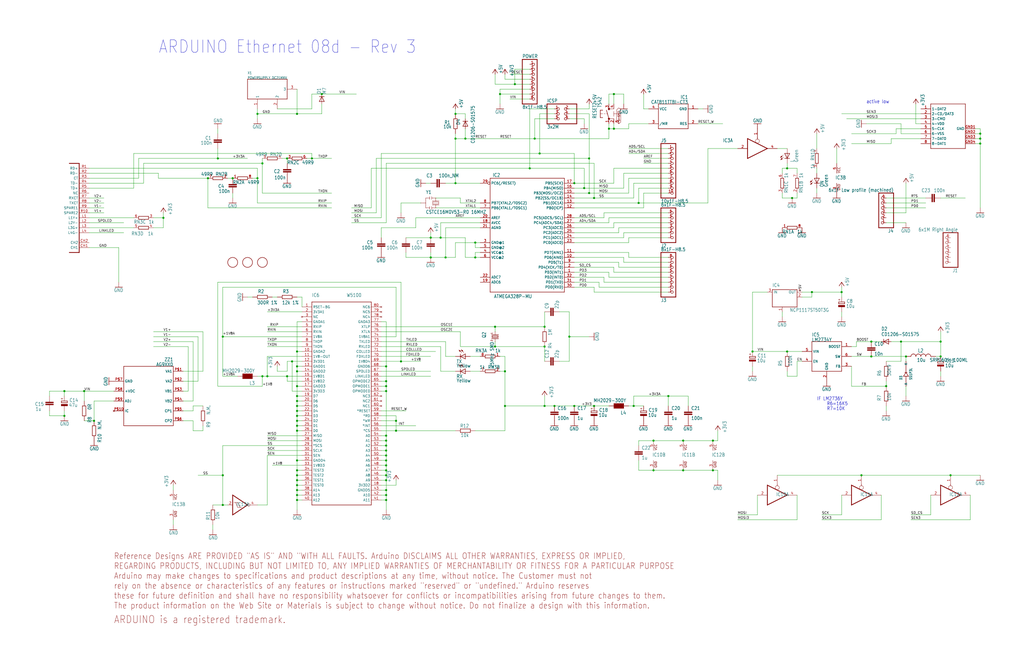
<source format=kicad_sch>
(kicad_sch (version 20211123) (generator eeschema)
  (paper "User" 525.374 342.214)
  (junction (at 284.48 208.28))
  (junction (at 233.68 58.42))
  (junction (at 271.78 86.36))
  (junction (at 147.32 193.04))
  (junction (at 350.52 226.06))
  (junction (at 256.54 48.26))
  (junction (at 114.3 243.84))
  (junction (at 314.96 66.04))
  (junction (at 134.62 193.04))
  (junction (at 106.68 91.44))
  (junction (at 447.04 175.26))
  (junction (at 487.68 243.84))
  (junction (at 462.28 175.26))
  (junction (at 350.52 241.3))
  (junction (at 114.3 259.08))
  (junction (at 327.66 104.14))
  (junction (at 259.08 190.5))
  (junction (at 152.4 243.84))
  (junction (at 152.4 58.42))
  (junction (at 254 177.8))
  (junction (at 152.4 205.74))
  (junction (at 152.4 210.82))
  (junction (at 365.76 241.3))
  (junction (at 152.4 246.38))
  (junction (at 243.84 124.46))
  (junction (at 152.4 218.44))
  (junction (at 482.6 182.88))
  (junction (at 302.26 81.28))
  (junction (at 294.64 208.28))
  (junction (at 276.86 78.74))
  (junction (at 152.4 254))
  (junction (at 502.92 71.12))
  (junction (at 114.3 172.72))
  (junction (at 198.12 238.76))
  (junction (at 198.12 223.52))
  (junction (at 279.4 208.28))
  (junction (at 264.16 43.18))
  (junction (at 147.32 81.28))
  (junction (at 132.08 91.44))
  (junction (at 403.86 180.34))
  (junction (at 403.86 86.36))
  (junction (at 48.26 215.9))
  (junction (at 152.4 236.22))
  (junction (at 441.96 243.84))
  (junction (at 220.98 132.08))
  (junction (at 165.1 48.26))
  (junction (at 220.98 121.92))
  (junction (at 279.4 167.64))
  (junction (at 198.12 251.46))
  (junction (at 152.4 256.54))
  (junction (at 259.08 208.28))
  (junction (at 198.12 187.96))
  (junction (at 431.8 149.86))
  (junction (at 304.8 101.6))
  (junction (at 83.82 111.76))
  (junction (at 365.76 226.06))
  (junction (at 502.92 68.58))
  (junction (at 228.6 132.08))
  (junction (at 312.42 66.04))
  (junction (at 416.56 149.86))
  (junction (at 152.4 187.96))
  (junction (at 314.96 48.26))
  (junction (at 149.86 185.42))
  (junction (at 152.4 213.36))
  (junction (at 198.12 246.38))
  (junction (at 299.72 96.52))
  (junction (at 152.4 220.98))
  (junction (at 198.12 233.68))
  (junction (at 274.32 71.12))
  (junction (at 203.2 220.98))
  (junction (at 198.12 256.54))
  (junction (at 198.12 236.22))
  (junction (at 243.84 132.08))
  (junction (at 254 167.64))
  (junction (at 152.4 208.28))
  (junction (at 198.12 200.66))
  (junction (at 292.1 172.72))
  (junction (at 152.4 215.9))
  (junction (at 238.76 71.12))
  (junction (at 132.08 58.42))
  (junction (at 406.4 101.6))
  (junction (at 198.12 195.58))
  (junction (at 302.26 99.06))
  (junction (at 279.4 177.8))
  (junction (at 226.06 121.92))
  (junction (at 152.4 198.12))
  (junction (at 152.4 251.46))
  (junction (at 119.38 91.44))
  (junction (at 33.02 200.66))
  (junction (at 447.04 182.88))
  (junction (at 152.4 190.5))
  (junction (at 152.4 248.92))
  (junction (at 502.92 73.66))
  (junction (at 335.28 226.06))
  (junction (at 33.02 213.36))
  (junction (at 198.12 228.6))
  (junction (at 152.4 241.3))
  (junction (at 294.64 93.98))
  (junction (at 134.62 83.82))
  (junction (at 198.12 198.12))
  (junction (at 482.6 175.26))
  (junction (at 198.12 254))
  (junction (at 198.12 243.84))
  (junction (at 325.12 208.28))
  (junction (at 43.18 200.66))
  (junction (at 205.74 185.42))
  (junction (at 342.9 203.2))
  (junction (at 152.4 180.34))
  (junction (at 198.12 226.06))
  (junction (at 160.02 81.28))
  (junction (at 454.66 198.12))
  (junction (at 304.8 208.28))
  (junction (at 203.2 215.9))
  (junction (at 233.68 93.98))
  (junction (at 111.76 81.28))
  (junction (at 335.28 241.3))
  (junction (at 137.16 193.04))
  (junction (at 198.12 231.14))
  (junction (at 233.68 71.12))
  (junction (at 386.08 180.34))
  (junction (at 152.4 203.2))
  (junction (at 198.12 241.3))
  (junction (at 464.82 182.88))
  (wire (pts (xy 500.38 73.66) (xy 502.92 73.66)))
  (wire (pts (xy 238.76 71.12) (xy 233.68 71.12)))
  (wire (pts (xy 104.14 170.18) (xy 104.14 190.5)))
  (wire (pts (xy 462.28 68.58) (xy 462.28 63.5)))
  (wire (pts (xy 279.4 177.8) (xy 254 177.8)))
  (wire (pts (xy 160.02 48.26) (xy 165.1 48.26)))
  (wire (pts (xy 276.86 78.74) (xy 294.64 78.74)))
  (wire (pts (xy 152.4 254) (xy 152.4 256.54)))
  (wire (pts (xy 195.58 175.26) (xy 228.6 175.26)))
  (wire (pts (xy 213.36 111.76) (xy 213.36 116.84)))
  (wire (pts (xy 195.58 172.72) (xy 203.2 172.72)))
  (wire (pts (xy 147.32 185.42) (xy 147.32 190.5)))
  (wire (pts (xy 111.76 81.28) (xy 127 81.28)))
  (wire (pts (xy 335.28 241.3) (xy 327.66 241.3)))
  (wire (pts (xy 99.06 220.98) (xy 104.14 220.98)))
  (wire (pts (xy 271.78 55.88) (xy 271.78 86.36)))
  (wire (pts (xy 152.4 236.22) (xy 152.4 241.3)))
  (wire (pts (xy 198.12 226.06) (xy 198.12 228.6)))
  (wire (pts (xy 314.96 137.16) (xy 294.64 137.16)))
  (wire (pts (xy 419.1 88.9) (xy 419.1 86.36)))
  (wire (pts (xy 195.58 226.06) (xy 198.12 226.06)))
  (wire (pts (xy 195.58 177.8) (xy 226.06 177.8)))
  (wire (pts (xy 68.58 78.74) (xy 160.02 78.74)))
  (wire (pts (xy 195.58 254) (xy 198.12 254)))
  (wire (pts (xy 469.9 53.34) (xy 469.9 63.5)))
  (wire (pts (xy 195.58 111.76) (xy 180.34 111.76)))
  (wire (pts (xy 154.94 251.46) (xy 152.4 251.46)))
  (wire (pts (xy 246.38 114.3) (xy 226.06 114.3)))
  (wire (pts (xy 431.8 160.02) (xy 431.8 162.56)))
  (wire (pts (xy 154.94 231.14) (xy 137.16 231.14)))
  (wire (pts (xy 154.94 241.3) (xy 152.4 241.3)))
  (wire (pts (xy 368.3 226.06) (xy 365.76 226.06)))
  (wire (pts (xy 238.76 132.08) (xy 238.76 121.92)))
  (wire (pts (xy 208.28 210.82) (xy 195.58 210.82)))
  (wire (pts (xy 304.8 101.6) (xy 325.12 101.6)))
  (wire (pts (xy 213.36 116.84) (xy 195.58 116.84)))
  (wire (pts (xy 60.96 127) (xy 45.72 127)))
  (wire (pts (xy 73.66 83.82) (xy 73.66 93.98)))
  (wire (pts (xy 294.64 78.74) (xy 294.64 93.98)))
  (wire (pts (xy 452.12 266.7) (xy 421.64 266.7)))
  (wire (pts (xy 322.58 121.92) (xy 322.58 124.46)))
  (wire (pts (xy 314.96 114.3) (xy 342.9 114.3)))
  (wire (pts (xy 309.88 109.22) (xy 342.9 109.22)))
  (wire (pts (xy 132.08 86.36) (xy 132.08 91.44)))
  (wire (pts (xy 195.58 116.84) (xy 195.58 121.92)))
  (wire (pts (xy 327.66 104.14) (xy 363.22 104.14)))
  (wire (pts (xy 149.86 185.42) (xy 147.32 185.42)))
  (wire (pts (xy 83.82 111.76) (xy 83.82 109.22)))
  (wire (pts (xy 299.72 96.52) (xy 320.04 96.52)))
  (wire (pts (xy 195.58 193.04) (xy 220.98 193.04)))
  (wire (pts (xy 259.08 190.5) (xy 259.08 208.28)))
  (wire (pts (xy 294.64 116.84) (xy 314.96 116.84)))
  (wire (pts (xy 477.52 254) (xy 477.52 264.16)))
  (wire (pts (xy 195.58 223.52) (xy 198.12 223.52)))
  (wire (pts (xy 114.3 243.84) (xy 101.6 243.84)))
  (wire (pts (xy 431.8 58.42) (xy 472.44 58.42)))
  (wire (pts (xy 472.44 68.58) (xy 462.28 68.58)))
  (wire (pts (xy 342.9 149.86) (xy 304.8 149.86)))
  (wire (pts (xy 154.94 157.48) (xy 154.94 152.4)))
  (wire (pts (xy 238.76 121.92) (xy 226.06 121.92)))
  (wire (pts (xy 116.84 259.08) (xy 114.3 259.08)))
  (wire (pts (xy 154.94 208.28) (xy 152.4 208.28)))
  (wire (pts (xy 419.1 99.06) (xy 419.1 96.52)))
  (wire (pts (xy 246.38 93.98) (xy 233.68 93.98)))
  (wire (pts (xy 302.26 172.72) (xy 292.1 172.72)))
  (wire (pts (xy 109.22 271.78) (xy 109.22 269.24)))
  (wire (pts (xy 53.34 101.6) (xy 45.72 101.6)))
  (wire (pts (xy 198.12 246.38) (xy 198.12 251.46)))
  (wire (pts (xy 152.4 198.12) (xy 152.4 190.5)))
  (wire (pts (xy 195.58 231.14) (xy 198.12 231.14)))
  (wire (pts (xy 408.94 193.04) (xy 403.86 193.04)))
  (wire (pts (xy 198.12 228.6) (xy 198.12 231.14)))
  (wire (pts (xy 314.96 53.34) (xy 314.96 48.26)))
  (wire (pts (xy 254 43.18) (xy 254 38.1)))
  (wire (pts (xy 342.9 134.62) (xy 320.04 134.62)))
  (wire (pts (xy 335.28 226.06) (xy 327.66 226.06)))
  (wire (pts (xy 314.96 48.26) (xy 320.04 48.26)))
  (wire (pts (xy 454.66 185.42) (xy 462.28 185.42)))
  (wire (pts (xy 203.2 213.36) (xy 203.2 215.9)))
  (wire (pts (xy 119.38 91.44) (xy 116.84 91.44)))
  (wire (pts (xy 363.22 104.14) (xy 363.22 76.2)))
  (wire (pts (xy 312.42 142.24) (xy 342.9 142.24)))
  (wire (pts (xy 314.96 116.84) (xy 314.96 114.3)))
  (wire (pts (xy 452.12 254) (xy 452.12 266.7)))
  (wire (pts (xy 152.4 213.36) (xy 152.4 210.82)))
  (wire (pts (xy 457.2 71.12) (xy 472.44 71.12)))
  (wire (pts (xy 254 170.18) (xy 254 167.64)))
  (wire (pts (xy 294.64 134.62) (xy 317.5 134.62)))
  (wire (pts (xy 325.12 203.2) (xy 325.12 208.28)))
  (wire (pts (xy 152.4 251.46) (xy 152.4 254)))
  (wire (pts (xy 147.32 193.04) (xy 147.32 195.58)))
  (wire (pts (xy 198.12 251.46) (xy 198.12 254)))
  (wire (pts (xy 462.28 175.26) (xy 482.6 175.26)))
  (wire (pts (xy 408.94 99.06) (xy 408.94 101.6)))
  (wire (pts (xy 165.1 48.26) (xy 182.88 48.26)))
  (wire (pts (xy 292.1 185.42) (xy 292.1 172.72)))
  (wire (pts (xy 215.9 104.14) (xy 205.74 104.14)))
  (wire (pts (xy 195.58 236.22) (xy 198.12 236.22)))
  (wire (pts (xy 342.9 78.74) (xy 322.58 78.74)))
  (wire (pts (xy 238.76 58.42) (xy 238.76 60.96)))
  (wire (pts (xy 327.66 241.3) (xy 327.66 236.22)))
  (wire (pts (xy 312.42 114.3) (xy 294.64 114.3)))
  (wire (pts (xy 302.26 81.28) (xy 193.04 81.28)))
  (wire (pts (xy 134.62 198.12) (xy 134.62 193.04)))
  (wire (pts (xy 365.76 226.06) (xy 350.52 226.06)))
  (wire (pts (xy 109.22 259.08) (xy 114.3 259.08)))
  (wire (pts (xy 292.1 160.02) (xy 292.1 172.72)))
  (wire (pts (xy 416.56 152.4) (xy 411.48 152.4)))
  (wire (pts (xy 134.62 99.06) (xy 170.18 99.06)))
  (wire (pts (xy 276.86 58.42) (xy 276.86 78.74)))
  (wire (pts (xy 436.88 177.8) (xy 439.42 177.8)))
  (wire (pts (xy 322.58 63.5) (xy 332.74 63.5)))
  (wire (pts (xy 401.32 162.56) (xy 401.32 160.02)))
  (wire (pts (xy 322.58 129.54) (xy 322.58 132.08)))
  (wire (pts (xy 365.76 241.3) (xy 350.52 241.3)))
  (wire (pts (xy 454.66 198.12) (xy 436.88 198.12)))
  (wire (pts (xy 246.38 182.88) (xy 241.3 182.88)))
  (wire (pts (xy 198.12 233.68) (xy 198.12 236.22)))
  (wire (pts (xy 147.32 83.82) (xy 147.32 81.28)))
  (wire (pts (xy 104.14 190.5) (xy 93.98 190.5)))
  (wire (pts (xy 284.48 58.42) (xy 276.86 58.42)))
  (wire (pts (xy 259.08 182.88) (xy 259.08 190.5)))
  (wire (pts (xy 312.42 71.12) (xy 312.42 66.04)))
  (wire (pts (xy 226.06 190.5) (xy 233.68 190.5)))
  (wire (pts (xy 408.94 185.42) (xy 408.94 193.04)))
  (wire (pts (xy 236.22 170.18) (xy 236.22 177.8)))
  (wire (pts (xy 111.76 66.04) (xy 111.76 68.58)))
  (wire (pts (xy 274.32 71.12) (xy 238.76 71.12)))
  (wire (pts (xy 472.44 66.04) (xy 459.74 66.04)))
  (wire (pts (xy 106.68 91.44) (xy 81.28 91.44)))
  (wire (pts (xy 474.98 104.14) (xy 454.66 104.14)))
  (wire (pts (xy 152.4 248.92) (xy 152.4 251.46)))
  (wire (pts (xy 342.9 86.36) (xy 314.96 86.36)))
  (wire (pts (xy 386.08 180.34) (xy 386.08 149.86)))
  (wire (pts (xy 320.04 48.26) (xy 320.04 53.34)))
  (wire (pts (xy 259.08 208.28) (xy 279.4 208.28)))
  (wire (pts (xy 195.58 251.46) (xy 198.12 251.46)))
  (wire (pts (xy 154.94 210.82) (xy 152.4 210.82)))
  (wire (pts (xy 294.64 93.98) (xy 314.96 93.98)))
  (wire (pts (xy 78.74 172.72) (xy 101.6 172.72)))
  (wire (pts (xy 154.94 220.98) (xy 152.4 220.98)))
  (wire (pts (xy 292.1 58.42) (xy 302.26 58.42)))
  (wire (pts (xy 233.68 58.42) (xy 233.68 55.88)))
  (wire (pts (xy 193.04 109.22) (xy 180.34 109.22)))
  (wire (pts (xy 350.52 226.06) (xy 335.28 226.06)))
  (wire (pts (xy 299.72 63.5) (xy 299.72 60.96)))
  (wire (pts (xy 195.58 246.38) (xy 198.12 246.38)))
  (wire (pts (xy 170.18 106.68) (xy 106.68 106.68)))
  (wire (pts (xy 129.54 152.4) (xy 127 152.4)))
  (wire (pts (xy 271.78 45.72) (xy 256.54 45.72)))
  (wire (pts (xy 106.68 106.68) (xy 106.68 91.44)))
  (wire (pts (xy 53.34 109.22) (xy 45.72 109.22)))
  (wire (pts (xy 302.26 81.28) (xy 302.26 99.06)))
  (wire (pts (xy 43.18 205.74) (xy 43.18 200.66)))
  (wire (pts (xy 111.76 198.12) (xy 134.62 198.12)))
  (wire (pts (xy 137.16 193.04) (xy 134.62 193.04)))
  (wire (pts (xy 342.9 203.2) (xy 342.9 208.28)))
  (wire (pts (xy 137.16 177.8) (xy 154.94 177.8)))
  (wire (pts (xy 111.76 81.28) (xy 71.12 81.28)))
  (wire (pts (xy 342.9 111.76) (xy 312.42 111.76)))
  (wire (pts (xy 114.3 228.6) (xy 114.3 243.84)))
  (wire (pts (xy 198.12 254) (xy 198.12 256.54)))
  (wire (pts (xy 330.2 208.28) (xy 325.12 208.28)))
  (wire (pts (xy 134.62 81.28) (xy 134.62 83.82)))
  (wire (pts (xy 299.72 96.52) (xy 294.64 96.52)))
  (wire (pts (xy 320.04 119.38) (xy 342.9 119.38)))
  (wire (pts (xy 238.76 66.04) (xy 238.76 71.12)))
  (wire (pts (xy 190.5 106.68) (xy 180.34 106.68)))
  (wire (pts (xy 154.94 215.9) (xy 152.4 215.9)))
  (wire (pts (xy 271.78 43.18) (xy 264.16 43.18)))
  (wire (pts (xy 160.02 78.74) (xy 160.02 81.28)))
  (wire (pts (xy 304.8 83.82) (xy 198.12 83.82)))
  (wire (pts (xy 287.02 185.42) (xy 292.1 185.42)))
  (wire (pts (xy 233.68 71.12) (xy 233.68 68.58)))
  (wire (pts (xy 132.08 58.42) (xy 132.08 60.96)))
  (wire (pts (xy 480.06 182.88) (xy 482.6 182.88)))
  (wire (pts (xy 294.64 121.92) (xy 320.04 121.92)))
  (wire (pts (xy 294.64 101.6) (xy 304.8 101.6)))
  (wire (pts (xy 459.74 66.04) (xy 459.74 68.58)))
  (wire (pts (xy 368.3 246.38) (xy 368.3 241.3)))
  (wire (pts (xy 152.4 187.96) (xy 152.4 180.34)))
  (wire (pts (xy 101.6 172.72) (xy 101.6 195.58)))
  (wire (pts (xy 454.66 208.28) (xy 454.66 210.82)))
  (wire (pts (xy 154.94 182.88) (xy 137.16 182.88)))
  (wire (pts (xy 68.58 111.76) (xy 45.72 111.76)))
  (wire (pts (xy 68.58 116.84) (xy 45.72 116.84)))
  (wire (pts (xy 33.02 210.82) (xy 33.02 213.36)))
  (wire (pts (xy 154.94 193.04) (xy 147.32 193.04)))
  (wire (pts (xy 403.86 180.34) (xy 386.08 180.34)))
  (wire (pts (xy 195.58 170.18) (xy 236.22 170.18)))
  (wire (pts (xy 68.58 78.74) (xy 68.58 96.52)))
  (wire (pts (xy 246.38 190.5) (xy 241.3 190.5)))
  (wire (pts (xy 403.86 76.2) (xy 398.78 76.2)))
  (wire (pts (xy 342.9 96.52) (xy 327.66 96.52)))
  (wire (pts (xy 327.66 226.06) (xy 327.66 228.6)))
  (wire (pts (xy 314.96 139.7) (xy 314.96 137.16)))
  (wire (pts (xy 474.98 101.6) (xy 454.66 101.6)))
  (wire (pts (xy 228.6 93.98) (xy 233.68 93.98)))
  (wire (pts (xy 195.58 213.36) (xy 203.2 213.36)))
  (wire (pts (xy 132.08 104.14) (xy 170.18 104.14)))
  (wire (pts (xy 226.06 177.8) (xy 226.06 190.5)))
  (wire (pts (xy 322.58 132.08) (xy 342.9 132.08)))
  (wire (pts (xy 132.08 58.42) (xy 152.4 58.42)))
  (wire (pts (xy 33.02 200.66) (xy 25.4 200.66)))
  (wire (pts (xy 431.8 149.86) (xy 431.8 152.4)))
  (wire (pts (xy 403.86 83.82) (xy 403.86 86.36)))
  (wire (pts (xy 205.74 185.42) (xy 215.9 185.42)))
  (wire (pts (xy 154.94 243.84) (xy 152.4 243.84)))
  (wire (pts (xy 81.28 88.9) (xy 45.72 88.9)))
  (wire (pts (xy 154.94 185.42) (xy 149.86 185.42)))
  (wire (pts (xy 431.8 149.86) (xy 431.8 147.32)))
  (wire (pts (xy 160.02 81.28) (xy 170.18 81.28)))
  (wire (pts (xy 195.58 78.74) (xy 195.58 111.76)))
  (wire (pts (xy 264.16 35.56) (xy 264.16 43.18)))
  (wire (pts (xy 195.58 200.66) (xy 198.12 200.66)))
  (wire (pts (xy 83.82 111.76) (xy 83.82 116.84)))
  (wire (pts (xy 205.74 185.42) (xy 205.74 144.78)))
  (wire (pts (xy 233.68 93.98) (xy 233.68 71.12)))
  (wire (pts (xy 368.3 241.3) (xy 365.76 241.3)))
  (wire (pts (xy 198.12 187.96) (xy 198.12 195.58)))
  (wire (pts (xy 416.56 149.86) (xy 416.56 152.4)))
  (wire (pts (xy 325.12 208.28) (xy 322.58 208.28)))
  (wire (pts (xy 233.68 124.46) (xy 243.84 124.46)))
  (wire (pts (xy 284.48 208.28) (xy 294.64 208.28)))
  (wire (pts (xy 198.12 231.14) (xy 198.12 233.68)))
  (wire (pts (xy 388.62 254) (xy 388.62 264.16)))
  (wire (pts (xy 220.98 119.38) (xy 220.98 121.92)))
  (wire (pts (xy 302.26 58.42) (xy 302.26 81.28)))
  (wire (pts (xy 152.4 190.5) (xy 152.4 187.96)))
  (wire (pts (xy 63.5 114.3) (xy 45.72 114.3)))
  (wire (pts (xy 436.88 73.66) (xy 457.2 73.66)))
  (wire (pts (xy 93.98 210.82) (xy 99.06 210.82)))
  (wire (pts (xy 152.4 241.3) (xy 152.4 243.84)))
  (wire (pts (xy 482.6 175.26) (xy 482.6 182.88)))
  (wire (pts (xy 342.9 81.28) (xy 330.2 81.28)))
  (wire (pts (xy 294.64 129.54) (xy 322.58 129.54)))
  (wire (pts (xy 312.42 139.7) (xy 312.42 142.24)))
  (wire (pts (xy 228.6 182.88) (xy 233.68 182.88)))
  (wire (pts (xy 497.84 266.7) (xy 467.36 266.7)))
  (wire (pts (xy 502.92 68.58) (xy 502.92 71.12)))
  (wire (pts (xy 152.4 180.34) (xy 154.94 180.34)))
  (wire (pts (xy 259.08 208.28) (xy 259.08 220.98)))
  (wire (pts (xy 154.94 256.54) (xy 152.4 256.54)))
  (wire (pts (xy 408.94 254) (xy 408.94 266.7)))
  (wire (pts (xy 154.94 205.74) (xy 152.4 205.74)))
  (wire (pts (xy 193.04 81.28) (xy 193.04 109.22)))
  (wire (pts (xy 73.66 83.82) (xy 134.62 83.82)))
  (wire (pts (xy 314.96 93.98) (xy 314.96 86.36)))
  (wire (pts (xy 152.4 203.2) (xy 152.4 198.12)))
  (wire (pts (xy 439.42 177.8) (xy 439.42 175.26)))
  (wire (pts (xy 482.6 175.26) (xy 482.6 170.18)))
  (wire (pts (xy 325.12 203.2) (xy 342.9 203.2)))
  (wire (pts (xy 198.12 241.3) (xy 198.12 243.84)))
  (wire (pts (xy 497.84 254) (xy 497.84 266.7)))
  (wire (pts (xy 368.3 220.98) (xy 368.3 226.06)))
  (wire (pts (xy 256.54 182.88) (xy 259.08 182.88)))
  (wire (pts (xy 431.8 149.86) (xy 416.56 149.86)))
  (wire (pts (xy 502.92 73.66) (xy 502.92 106.68)))
  (wire (pts (xy 330.2 99.06) (xy 342.9 99.06)))
  (wire (pts (xy 208.28 129.54) (xy 208.28 132.08)))
  (wire (pts (xy 398.78 243.84) (xy 441.96 243.84)))
  (wire (pts (xy 114.3 172.72) (xy 154.94 172.72)))
  (wire (pts (xy 195.58 248.92) (xy 203.2 248.92)))
  (wire (pts (xy 500.38 71.12) (xy 502.92 71.12)))
  (wire (pts (xy 198.12 165.1) (xy 195.58 165.1)))
  (wire (pts (xy 195.58 215.9) (xy 203.2 215.9)))
  (wire (pts (xy 129.54 91.44) (xy 132.08 91.44)))
  (wire (pts (xy 78.74 177.8) (xy 96.52 177.8)))
  (wire (pts (xy 195.58 198.12) (xy 198.12 198.12)))
  (wire (pts (xy 271.78 48.26) (xy 256.54 48.26)))
  (wire (pts (xy 464.82 109.22) (xy 464.82 93.98)))
  (wire (pts (xy 325.12 101.6) (xy 325.12 93.98)))
  (wire (pts (xy 43.18 215.9) (xy 48.26 215.9)))
  (wire (pts (xy 71.12 81.28) (xy 71.12 91.44)))
  (wire (pts (xy 322.58 91.44) (xy 322.58 99.06)))
  (wire (pts (xy 393.7 149.86) (xy 386.08 149.86)))
  (wire (pts (xy 137.16 259.08) (xy 137.16 233.68)))
  (wire (pts (xy 154.94 254) (xy 152.4 254)))
  (wire (pts (xy 302.26 53.34) (xy 302.26 55.88)))
  (wire (pts (xy 408.94 86.36) (xy 408.94 88.9)))
  (wire (pts (xy 317.5 134.62) (xy 317.5 137.16)))
  (wire (pts (xy 203.2 172.72) (xy 203.2 147.32)))
  (wire (pts (xy 401.32 101.6) (xy 401.32 99.06)))
  (wire (pts (xy 78.74 111.76) (xy 83.82 111.76)))
  (wire (pts (xy 101.6 195.58) (xy 93.98 195.58)))
  (wire (pts (xy 358.14 63.5) (xy 370.84 63.5)))
  (wire (pts (xy 309.88 142.24) (xy 294.64 142.24)))
  (wire (pts (xy 320.04 88.9) (xy 342.9 88.9)))
  (wire (pts (xy 279.4 208.28) (xy 279.4 203.2)))
  (wire (pts (xy 154.94 167.64) (xy 137.16 167.64)))
  (wire (pts (xy 226.06 121.92) (xy 220.98 121.92)))
  (wire (pts (xy 93.98 215.9) (xy 99.06 215.9)))
  (wire (pts (xy 236.22 101.6) (xy 236.22 104.14)))
  (wire (pts (xy 152.4 58.42) (xy 152.4 45.72)))
  (wire (pts (xy 203.2 248.92) (xy 203.2 246.38)))
  (wire (pts (xy 322.58 124.46) (xy 294.64 124.46)))
  (wire (pts (xy 431.8 254) (xy 431.8 264.16)))
  (wire (pts (xy 302.26 55.88) (xy 292.1 55.88)))
  (wire (pts (xy 137.16 175.26) (xy 154.94 175.26)))
  (wire (pts (xy 152.4 215.9) (xy 152.4 213.36)))
  (wire (pts (xy 134.62 193.04) (xy 132.08 193.04)))
  (wire (pts (xy 271.78 86.36) (xy 299.72 86.36)))
  (wire (pts (xy 274.32 60.96) (xy 274.32 71.12)))
  (wire (pts (xy 218.44 93.98) (xy 220.98 93.98)))
  (wire (pts (xy 195.58 185.42) (xy 205.74 185.42)))
  (wire (pts (xy 254 175.26) (xy 254 177.8)))
  (wire (pts (xy 246.38 129.54) (xy 243.84 129.54)))
  (wire (pts (xy 152.4 58.42) (xy 165.1 58.42)))
  (wire (pts (xy 205.74 104.14) (xy 205.74 109.22)))
  (wire (pts (xy 287.02 160.02) (xy 292.1 160.02)))
  (wire (pts (xy 195.58 256.54) (xy 198.12 256.54)))
  (wire (pts (xy 154.94 195.58) (xy 147.32 195.58)))
  (wire (pts (xy 307.34 144.78) (xy 307.34 147.32)))
  (wire (pts (xy 256.54 48.26) (xy 256.54 53.34)))
  (wire (pts (xy 152.4 246.38) (xy 152.4 248.92)))
  (wire (pts (xy 121.92 193.04) (xy 114.3 193.04)))
  (wire (pts (xy 462.28 63.5) (xy 444.5 63.5)))
  (wire (pts (xy 462.28 185.42) (xy 462.28 175.26)))
  (wire (pts (xy 73.66 93.98) (xy 45.72 93.98)))
  (wire (pts (xy 154.94 233.68) (xy 137.16 233.68)))
  (wire (pts (xy 406.4 101.6) (xy 401.32 101.6)))
  (wire (pts (xy 502.92 243.84) (xy 487.68 243.84)))
  (wire (pts (xy 317.5 119.38) (xy 294.64 119.38)))
  (wire (pts (xy 312.42 53.34) (xy 312.42 48.26)))
  (wire (pts (xy 457.2 73.66) (xy 457.2 71.12)))
  (wire (pts (xy 99.06 175.26) (xy 99.06 205.74)))
  (wire (pts (xy 198.12 256.54) (xy 198.12 261.62)))
  (wire (pts (xy 195.58 218.44) (xy 213.36 218.44)))
  (wire (pts (xy 312.42 48.26) (xy 314.96 48.26)))
  (wire (pts (xy 198.12 223.52) (xy 198.12 226.06)))
  (wire (pts (xy 322.58 66.04) (xy 322.58 63.5)))
  (wire (pts (xy 132.08 91.44) (xy 132.08 104.14)))
  (wire (pts (xy 152.4 210.82) (xy 152.4 208.28)))
  (wire (pts (xy 96.52 177.8) (xy 96.52 200.66)))
  (wire (pts (xy 223.52 101.6) (xy 236.22 101.6)))
  (wire (pts (xy 441.96 243.84) (xy 487.68 243.84)))
  (wire (pts (xy 195.58 190.5) (xy 220.98 190.5)))
  (wire (pts (xy 294.64 208.28) (xy 304.8 208.28)))
  (wire (pts (xy 447.04 182.88) (xy 464.82 182.88)))
  (wire (pts (xy 154.94 228.6) (xy 114.3 228.6)))
  (wire (pts (xy 58.42 200.66) (xy 43.18 200.66)))
  (wire (pts (xy 198.12 198.12) (xy 198.12 200.66)))
  (wire (pts (xy 154.94 238.76) (xy 139.7 238.76)))
  (wire (pts (xy 152.4 208.28) (xy 152.4 205.74)))
  (wire (pts (xy 477.52 264.16) (xy 467.36 264.16)))
  (wire (pts (xy 152.4 205.74) (xy 152.4 203.2)))
  (wire (pts (xy 330.2 55.88) (xy 330.2 48.26)))
  (wire (pts (xy 243.84 129.54) (xy 243.84 132.08)))
  (wire (pts (xy 152.4 220.98) (xy 152.4 218.44)))
  (wire (pts (xy 226.06 114.3) (xy 226.06 121.92)))
  (wire (pts (xy 312.42 111.76) (xy 312.42 114.3)))
  (wire (pts (xy 320.04 121.92) (xy 320.04 119.38)))
  (wire (pts (xy 152.4 243.84) (xy 152.4 246.38)))
  (wire (pts (xy 25.4 200.66) (xy 25.4 203.2)))
  (wire (pts (xy 408.94 266.7) (xy 378.46 266.7)))
  (wire (pts (xy 312.42 66.04) (xy 314.96 66.04)))
  (wire (pts (xy 314.96 63.5) (xy 314.96 66.04)))
  (wire (pts (xy 78.74 170.18) (xy 104.14 170.18)))
  (wire (pts (xy 279.4 160.02) (xy 279.4 167.64)))
  (wire (pts (xy 154.94 213.36) (xy 152.4 213.36)))
  (wire (pts (xy 195.58 228.6) (xy 198.12 228.6)))
  (wire (pts (xy 149.86 200.66) (xy 154.94 200.66)))
  (wire (pts (xy 299.72 60.96) (xy 292.1 60.96)))
  (wire (pts (xy 469.9 63.5) (xy 472.44 63.5)))
  (wire (pts (xy 111.76 144.78) (xy 111.76 198.12)))
  (wire (pts (xy 137.16 182.88) (xy 137.16 193.04)))
  (wire (pts (xy 325.12 93.98) (xy 342.9 93.98)))
  (wire (pts (xy 134.62 83.82) (xy 134.62 99.06)))
  (wire (pts (xy 500.38 68.58) (xy 502.92 68.58)))
  (wire (pts (xy 457.2 175.26) (xy 462.28 175.26)))
  (wire (pts (xy 58.42 205.74) (xy 48.26 205.74)))
  (wire (pts (xy 429.26 83.82) (xy 429.26 76.2)))
  (wire (pts (xy 495.3 101.6) (xy 482.6 101.6)))
  (wire (pts (xy 271.78 38.1) (xy 261.62 38.1)))
  (wire (pts (xy 88.9 266.7) (xy 88.9 269.24)))
  (wire (pts (xy 304.8 149.86) (xy 304.8 147.32)))
  (wire (pts (xy 154.94 187.96) (xy 152.4 187.96)))
  (wire (pts (xy 238.76 132.08) (xy 243.84 132.08)))
  (wire (pts (xy 284.48 55.88) (xy 271.78 55.88)))
  (wire (pts (xy 279.4 185.42) (xy 279.4 177.8)))
  (wire (pts (xy 411.48 180.34) (xy 403.86 180.34)))
  (wire (pts (xy 320.04 134.62) (xy 320.04 132.08)))
  (wire (pts (xy 53.34 106.68) (xy 45.72 106.68)))
  (wire (pts (xy 154.94 152.4) (xy 152.4 152.4)))
  (wire (pts (xy 411.48 149.86) (xy 416.56 149.86)))
  (wire (pts (xy 154.94 203.2) (xy 152.4 203.2)))
  (wire (pts (xy 147.32 81.28) (xy 144.78 81.28)))
  (wire (pts (xy 152.4 165.1) (xy 154.94 165.1)))
  (wire (pts (xy 139.7 152.4) (xy 142.24 152.4)))
  (wire (pts (xy 99.06 210.82) (xy 99.06 208.28)))
  (wire (pts (xy 203.2 147.32) (xy 114.3 147.32)))
  (wire (pts (xy 386.08 190.5) (xy 386.08 187.96)))
  (wire (pts (xy 434.34 60.96) (xy 472.44 60.96)))
  (wire (pts (xy 198.12 238.76) (xy 198.12 241.3)))
  (wire (pts (xy 502.92 66.04) (xy 502.92 68.58)))
  (wire (pts (xy 111.76 81.28) (xy 111.76 76.2)))
  (wire (pts (xy 132.08 259.08) (xy 137.16 259.08)))
  (wire (pts (xy 152.4 236.22) (xy 152.4 220.98)))
  (wire (pts (xy 388.62 264.16) (xy 378.46 264.16)))
  (wire (pts (xy 309.88 144.78) (xy 309.88 142.24)))
  (wire (pts (xy 53.34 104.14) (xy 45.72 104.14)))
  (wire (pts (xy 147.32 193.04) (xy 137.16 193.04)))
  (wire (pts (xy 114.3 259.08) (xy 114.3 243.84)))
  (wire (pts (xy 454.66 114.3) (xy 464.82 114.3)))
  (wire (pts (xy 320.04 96.52) (xy 320.04 88.9)))
  (wire (pts (xy 312.42 63.5) (xy 312.42 66.04)))
  (wire (pts (xy 205.74 144.78) (xy 111.76 144.78)))
  (wire (pts (xy 114.3 147.32) (xy 114.3 172.72)))
  (wire (pts (xy 482.6 193.04) (xy 482.6 190.5)))
  (wire (pts (xy 152.4 218.44) (xy 152.4 215.9)))
  (wire (pts (xy 330.2 106.68) (xy 330.2 99.06)))
  (wire (pts (xy 203.2 215.9) (xy 203.2 220.98)))
  (wire (pts (xy 360.68 55.88) (xy 358.14 55.88)))
  (wire (pts (xy 154.94 246.38) (xy 152.4 246.38)))
  (wire (pts (xy 299.72 86.36) (xy 299.72 96.52)))
  (wire (pts (xy 154.94 236.22) (xy 152.4 236.22)))
  (wire (pts (xy 342.9 121.92) (xy 322.58 121.92)))
  (wire (pts (xy 220.98 132.08) (xy 228.6 132.08)))
  (wire (pts (xy 198.12 195.58) (xy 198.12 198.12)))
  (wire (pts (xy 132.08 55.88) (xy 132.08 58.42)))
  (wire (pts (xy 48.26 215.9) (xy 48.26 205.74)))
  (wire (pts (xy 71.12 91.44) (xy 45.72 91.44)))
  (wire (pts (xy 195.58 233.68) (xy 198.12 233.68)))
  (wire (pts (xy 233.68 132.08) (xy 233.68 124.46)))
  (wire (pts (xy 284.48 60.96) (xy 274.32 60.96)))
  (wire (pts (xy 99.06 205.74) (xy 93.98 205.74)))
  (wire (pts (xy 464.82 203.2) (xy 464.82 198.12)))
  (wire (pts (xy 154.94 226.06) (xy 137.16 226.06)))
  (wire (pts (xy 198.12 243.84) (xy 198.12 246.38)))
  (wire (pts (xy 454.66 195.58) (xy 454.66 198.12)))
  (wire (pts (xy 342.9 144.78) (xy 309.88 144.78)))
  (wire (pts (xy 294.64 139.7) (xy 312.42 139.7)))
  (wire (pts (xy 223.52 106.68) (xy 246.38 106.68)))
  (wire (pts (xy 198.12 114.3) (xy 180.34 114.3)))
  (wire (pts (xy 195.58 187.96) (xy 198.12 187.96)))
  (wire (pts (xy 88.9 251.46) (xy 88.9 248.92)))
  (wire (pts (xy 233.68 220.98) (xy 203.2 220.98)))
  (wire (pts (xy 271.78 35.56) (xy 264.16 35.56)))
  (wire (pts (xy 259.08 220.98) (xy 243.84 220.98)))
  (wire (pts (xy 154.94 223.52) (xy 137.16 223.52)))
  (wire (pts (xy 317.5 137.16) (xy 342.9 137.16)))
  (wire (pts (xy 233.68 58.42) (xy 238.76 58.42)))
  (wire (pts (xy 261.62 50.8) (xy 271.78 50.8)))
  (wire (pts (xy 33.02 200.66) (xy 33.02 203.2)))
  (wire (pts (xy 436.88 198.12) (xy 436.88 187.96)))
  (wire (pts (xy 403.86 86.36) (xy 408.94 86.36)))
  (wire (pts (xy 195.58 238.76) (xy 198.12 238.76)))
  (wire (pts (xy 454.66 106.68) (xy 474.98 106.68)))
  (wire (pts (xy 304.8 101.6) (xy 304.8 83.82)))
  (wire (pts (xy 304.8 147.32) (xy 294.64 147.32)))
  (wire (pts (xy 342.9 91.44) (xy 322.58 91.44)))
  (wire (pts (xy 342.9 83.82) (xy 330.2 83.82)))
  (wire (pts (xy 228.6 116.84) (xy 228.6 132.08)))
  (wire (pts (xy 353.06 203.2) (xy 342.9 203.2)))
  (wire (pts (xy 401.32 86.36) (xy 401.32 88.9)))
  (wire (pts (xy 228.6 132.08) (xy 233.68 132.08)))
  (wire (pts (xy 353.06 208.28) (xy 353.06 203.2)))
  (wire (pts (xy 132.08 86.36) (xy 45.72 86.36)))
  (wire (pts (xy 142.24 190.5) (xy 142.24 187.96)))
  (wire (pts (xy 309.88 111.76) (xy 309.88 109.22)))
  (wire (pts (xy 99.06 208.28) (xy 104.14 208.28)))
  (wire (pts (xy 195.58 195.58) (xy 198.12 195.58)))
  (wire (pts (xy 271.78 40.64) (xy 259.08 40.64)))
  (wire (pts (xy 317.5 116.84) (xy 317.5 119.38)))
  (wire (pts (xy 243.84 124.46) (xy 246.38 124.46)))
  (wire (pts (xy 83.82 116.84) (xy 78.74 116.84)))
  (wire (pts (xy 154.94 248.92) (xy 152.4 248.92)))
  (wire (pts (xy 342.9 76.2) (xy 322.58 76.2)))
  (wire (pts (xy 68.58 96.52) (xy 45.72 96.52)))
  (wire (pts (xy 154.94 198.12) (xy 152.4 198.12)))
  (wire (pts (xy 342.9 139.7) (xy 314.96 139.7)))
  (wire (pts (xy 81.28 91.44) (xy 81.28 88.9)))
  (wire (pts (xy 154.94 190.5) (xy 152.4 190.5)))
  (wire (pts (xy 302.26 99.06) (xy 294.64 99.06)))
  (wire (pts (xy 254 167.64) (xy 279.4 167.64)))
  (wire (pts (xy 276.86 78.74) (xy 195.58 78.74)))
  (wire (pts (xy 294.64 111.76) (xy 309.88 111.76)))
  (wire (pts (xy 327.66 96.52) (xy 327.66 104.14)))
  (wire (pts (xy 243.84 127) (xy 243.84 124.46)))
  (wire (pts (xy 190.5 86.36) (xy 190.5 106.68)))
  (wire (pts (xy 43.18 200.66) (xy 33.02 200.66)))
  (wire (pts (xy 350.52 241.3) (xy 335.28 241.3)))
  (wire (pts (xy 403.86 86.36) (xy 401.32 86.36)))
  (wire (pts (xy 198.12 165.1) (xy 198.12 187.96)))
  (wire (pts (xy 342.9 116.84) (xy 317.5 116.84)))
  (wire (pts (xy 264.16 43.18) (xy 254 43.18)))
  (wire (pts (xy 99.06 215.9) (xy 99.06 220.98)))
  (wire (pts (xy 208.28 132.08) (xy 220.98 132.08)))
  (wire (pts (xy 254 177.8) (xy 236.22 177.8)))
  (wire (pts (xy 198.12 83.82) (xy 198.12 114.3)))
  (wire (pts (xy 152.4 256.54) (xy 152.4 261.62)))
  (wire (pts (xy 246.38 111.76) (xy 213.36 111.76)))
  (wire (pts (xy 78.74 175.26) (xy 99.06 175.26)))
  (wire (pts (xy 195.58 167.64) (xy 254 167.64)))
  (wire (pts (xy 500.38 66.04) (xy 502.92 66.04)))
  (wire (pts (xy 279.4 208.28) (xy 284.48 208.28)))
  (wire (pts (xy 243.84 132.08) (xy 246.38 132.08)))
  (wire (pts (xy 198.12 200.66) (xy 198.12 223.52)))
  (wire (pts (xy 436.88 68.58) (xy 459.74 68.58)))
  (wire (pts (xy 195.58 241.3) (xy 198.12 241.3)))
  (wire (pts (xy 195.58 180.34) (xy 223.52 180.34)))
  (wire (pts (xy 93.98 200.66) (xy 96.52 200.66)))
  (wire (pts (xy 154.94 218.44) (xy 152.4 218.44)))
  (wire (pts (xy 332.74 55.88) (xy 330.2 55.88)))
  (wire (pts (xy 411.48 185.42) (xy 408.94 185.42)))
  (wire (pts (xy 320.04 132.08) (xy 294.64 132.08)))
  (wire (pts (xy 220.98 121.92) (xy 208.28 121.92)))
  (wire (pts (xy 119.38 99.06) (xy 119.38 101.6)))
  (wire (pts (xy 327.66 104.14) (xy 294.64 104.14)))
  (wire (pts (xy 464.82 185.42) (xy 464.82 182.88)))
  (wire (pts (xy 25.4 213.36) (xy 33.02 213.36)))
  (wire (pts (xy 322.58 99.06) (xy 302.26 99.06)))
  (wire (pts (xy 454.66 109.22) (xy 464.82 109.22)))
  (wire (pts (xy 160.02 55.88) (xy 160.02 48.26)))
  (wire (pts (xy 436.88 182.88) (xy 447.04 182.88)))
  (wire (pts (xy 314.96 66.04) (xy 322.58 66.04)))
  (wire (pts (xy 256.54 190.5) (xy 259.08 190.5)))
  (wire (pts (xy 154.94 170.18) (xy 137.16 170.18)))
  (wire (pts (xy 157.48 81.28) (xy 160.02 81.28)))
  (wire (pts (xy 154.94 160.02) (xy 137.16 160.02)))
  (wire (pts (xy 271.78 86.36) (xy 190.5 86.36)))
  (wire (pts (xy 198.12 236.22) (xy 198.12 238.76)))
  (wire (pts (xy 228.6 175.26) (xy 228.6 182.88)))
  (wire (pts (xy 195.58 182.88) (xy 220.98 182.88)))
  (wire (pts (xy 165.1 58.42) (xy 165.1 53.34)))
  (wire (pts (xy 236.22 104.14) (xy 246.38 104.14)))
  (wire (pts (xy 312.42 208.28) (xy 304.8 208.28)))
  (wire (pts (xy 294.64 144.78) (xy 307.34 144.78)))
  (wire (pts (xy 419.1 68.58) (xy 419.1 76.2)))
  (wire (pts (xy 60.96 127) (xy 60.96 144.78)))
  (wire (pts (xy 220.98 132.08) (xy 220.98 129.54)))
  (wire (pts (xy 104.14 218.44) (xy 104.14 220.98)))
  (wire (pts (xy 439.42 175.26) (xy 447.04 175.26)))
  (wire (pts (xy 114.3 172.72) (xy 114.3 193.04)))
  (wire (pts (xy 195.58 243.84) (xy 198.12 243.84)))
  (wire (pts (xy 431.8 264.16) (xy 421.64 264.16)))
  (wire (pts (xy 203.2 220.98) (xy 195.58 220.98)))
  (wire (pts (xy 147.32 190.5) (xy 142.24 190.5)))
  (wire (pts (xy 502.92 71.12) (xy 502.92 73.66)))
  (wire (pts (xy 259.08 40.64) (xy 259.08 38.1)))
  (wire (pts (xy 142.24 55.88) (xy 160.02 55.88)))
  (wire (pts (xy 246.38 116.84) (xy 228.6 116.84)))
  (wire (pts (xy 256.54 45.72) (xy 256.54 48.26)))
  (wire (pts (xy 149.86 185.42) (xy 149.86 200.66)))
  (wire (pts (xy 152.4 180.34) (xy 152.4 165.1)))
  (wire (pts (xy 403.86 193.04) (xy 403.86 190.5)))
  (wire (pts (xy 25.4 210.82) (xy 25.4 213.36)))
  (wire (pts (xy 312.42 71.12) (xy 274.32 71.12)))
  (wire (pts (xy 408.94 101.6) (xy 406.4 101.6)))
  (wire (pts (xy 452.12 175.26) (xy 447.04 175.26)))
  (wire (pts (xy 294.64 106.68) (xy 330.2 106.68)))
  (wire (pts (xy 378.46 76.2) (xy 363.22 76.2)))
  (wire (pts (xy 246.38 127) (xy 243.84 127)))
  (wire (pts (xy 307.34 147.32) (xy 342.9 147.32)))
  (wire (pts (xy 45.72 119.38) (xy 63.5 119.38)))
  (text "R6=16K5" (at 424.18 208.28 180) (effects (font (size 1.778 1.5113)) (justify left bottom)))
  (text "ARDUINO Ethernet 08d - Rev 3" (at 81.28 27.94 180) (effects (font (size 6.4516 5.4838)) (justify left bottom)))
  (text "R7=10K" (at 424.18 210.82 180) (effects (font (size 1.778 1.5113)) (justify left bottom)))
  (text "IF LM2736Y" (at 419.1 205.74 180) (effects (font (size 1.778 1.5113)) (justify left bottom)))
  (text "active low" (at 444.5 53.34 180) (effects (font (size 1.778 1.5113)) (justify left bottom)))
  (label "OSC1E" (at 226.06 167.64 0) (effects (font (size 1.2446 1.2446))))
  (label "OSC2E" (at 226.06 170.18 0) (effects (font (size 1.2446 1.2446))))
  (label "SPDLED" (at 205.74 190.5 0) (effects (font (size 1.2446 1.2446))))
  (label "RTS" (at 467.36 101.6 0) (effects (font (size 1.2446 1.2446))))
  (label "V1-" (at 48.26 106.68 0) (effects (font (size 1.2446 1.2446))))
  (label "MOSI" (at 307.34 99.06 0) (effects (font (size 1.2446 1.2446))))
  (label "SD_CS" (at 297.18 137.16 0) (effects (font (size 1.2446 1.2446))))
  (label "RESET" (at 256.54 71.12 0) (effects (font (size 1.2446 1.2446))))
  (label "LINKLED" (at 205.74 193.04 0) (effects (font (size 1.2446 1.2446))))
  (label "AD4/SDA" (at 322.58 78.74 0) (effects (font (size 1.2446 1.2446))))
  (label "+3V3A" (at 332.74 203.2 0) (effects (font (size 1.2446 1.2446))))
  (label "SCK" (at 181.61 111.76 0) (effects (font (size 1.2446 1.2446))))
  (label "V2+" (at 48.26 101.6 0) (effects (font (size 1.2446 1.2446))))
  (label "RXIP" (at 138.43 167.64 0) (effects (font (size 1.2446 1.2446))))
  (label "MOSI" (at 378.46 264.16 0) (effects (font (size 1.2446 1.2446))))
  (label "COLLLED" (at 208.28 180.34 0) (effects (font (size 1.2446 1.2446))))
  (label "GND" (at 50.8 127 0) (effects (font (size 1.2446 1.2446))))
  (label "PD3" (at 297.18 139.7 0) (effects (font (size 1.2446 1.2446))))
  (label "BOOST" (at 439.42 175.26 0) (effects (font (size 1.2446 1.2446))))
  (label "SCK" (at 307.34 93.98 0) (effects (font (size 1.2446 1.2446))))
  (label "FDXLED" (at 208.28 182.88 0) (effects (font (size 1.2446 1.2446))))
  (label "RESET" (at 262.255 38.1 0) (effects (font (size 1.2446 1.2446))))
  (label "VIN" (at 388.62 180.34 0) (effects (font (size 1.2446 1.2446))))
  (label "AD5/SCL" (at 322.58 76.2 0) (effects (font (size 1.2446 1.2446))))
  (label "INT" (at 204.47 218.44 0) (effects (font (size 1.2446 1.2446))))
  (label "+5V" (at 411.48 149.86 90) (effects (font (size 1.2446 1.2446))))
  (label "VIN" (at 173.99 48.26 0) (effects (font (size 1.2446 1.2446))))
  (label "PD1" (at 467.36 104.14 0) (effects (font (size 1.2446 1.2446))))
  (label "V1-" (at 83.82 172.72 0) (effects (font (size 1.2446 1.2446))))
  (label "PD1" (at 297.18 144.78 0) (effects (font (size 1.2446 1.2446))))
  (label "TXOP" (at 163.195 81.28 0) (effects (font (size 1.2446 1.2446))))
  (label "GND" (at 330.2 83.82 0) (effects (font (size 1.2446 1.2446))))
  (label "GND" (at 134.62 58.42 0) (effects (font (size 1.2446 1.2446))))
  (label "V1+" (at 48.26 109.22 0) (effects (font (size 1.2446 1.2446))))
  (label "SCK" (at 421.64 264.16 0) (effects (font (size 1.2446 1.2446))))
  (label "MISO" (at 307.34 96.52 0) (effects (font (size 1.2446 1.2446))))
  (label "SD_CS" (at 467.36 264.16 0) (effects (font (size 1.2446 1.2446))))
  (label "VIN" (at 261.62 50.8 0) (effects (font (size 1.2446 1.2446))))
  (label "RESET" (at 243.84 71.12 0) (effects (font (size 1.2446 1.2446))))
  (label "TXLED" (at 208.28 175.26 0) (effects (font (size 1.2446 1.2446))))
  (label "SEN" (at 137.16 233.68 0) (effects (font (size 1.2446 1.2446))))
  (label "V1+" (at 83.82 170.18 0) (effects (font (size 1.2446 1.2446))))
  (label "TXON" (at 137.16 177.8 0) (effects (font (size 1.2446 1.2446))))
  (label "LINKLED" (at 50.8 119.38 0) (effects (font (size 1.2446 1.2446))))
  (label "RXLED" (at 208.28 177.8 0) (effects (font (size 1.2446 1.2446))))
  (label "PD0" (at 297.18 147.32 0) (effects (font (size 1.2446 1.2446))))
  (label "SW" (at 439.42 182.88 0) (effects (font (size 1.2446 1.2446))))
  (label "SPDLED" (at 50.165 114.3 0) (effects (font (size 1.2446 1.2446))))
  (label "SS" (at 104.14 243.84 0) (effects (font (size 1.2446 1.2446))))
  (label "TXON" (at 163.195 99.06 0) (effects (font (size 1.2446 1.2446))))
  (label "MOSI3" (at 444.5 60.96 0) (effects (font (size 1.2446 1.2446))))
  (label "SCK" (at 137.16 231.14 0) (effects (font (size 1.2446 1.2446))))
  (label "+3V3" (at 298.45 208.28 0) (effects (font (size 1.2446 1.2446))))
  (label "+1V8" (at 210.82 185.42 0) (effects (font (size 1.2446 1.2446))))
  (label "+3V3A" (at 137.16 160.02 0) (effects (font (size 1.2446 1.2446))))
  (label "SEN3" (at 444.5 58.42 0) (effects (font (size 1.2446 1.2446))))
  (label "V2-" (at 48.26 104.14 0) (effects (font (size 1.2446 1.2446))))
  (label "PD2" (at 297.18 142.24 0) (effects (font (size 1.2446 1.2446))))
  (label "RESET_W" (at 358.14 63.5 0) (effects (font (size 1.2446 1.2446))))
  (label "AD4/SDA" (at 297.18 114.3 0) (effects (font (size 1.2446 1.2446))))
  (label "RESET" (at 485.14 101.6 0) (effects (font (size 1.2446 1.2446))))
  (label "+3V3A" (at 119.38 81.28 0) (effects (font (size 1.2446 1.2446))))
  (label "SEN3" (at 467.36 266.7 0) (effects (font (size 1.2446 1.2446))))
  (label "V2-" (at 83.82 177.8 0) (effects (font (size 1.2446 1.2446))))
  (label "AREF" (at 233.68 111.76 0) (effects (font (size 1.2446 1.2446))))
  (label "SCK3" (at 421.64 266.7 0) (effects (font (size 1.2446 1.2446))))
  (label "SS" (at 307.34 101.6 0) (effects (font (size 1.2446 1.2446))))
  (label "MOSI3" (at 378.46 266.7 0) (effects (font (size 1.2446 1.2446))))
  (label "+1V8A" (at 114.3 193.04 0) (effects (font (size 1.2446 1.2446))))
  (label "SS" (at 181.61 114.3 0) (effects (font (size 1.2446 1.2446))))
  (label "V2+" (at 83.82 175.26 0) (effects (font (size 1.2446 1.2446))))
  (label "AD5/SCL" (at 297.18 111.76 0) (effects (font (size 1.2446 1.2446))))
  (label "MOSI" (at 181.61 109.22 0) (effects (font (size 1.2446 1.2446))))
  (label "MISO" (at 444.5 73.66 0) (effects (font (size 1.2446 1.2446))))
  (label "+1V8" (at 134.62 198.12 0) (effects (font (size 1.2446 1.2446))))
  (label "MOSI" (at 137.16 226.06 0) (effects (font (size 1.2446 1.2446))))
  (label "VIN" (at 43.18 200.66 0) (effects (font (size 1.2446 1.2446))))
  (label "PD0" (at 467.36 106.68 0) (effects (font (size 1.2446 1.2446))))
  (label "RESET_W" (at 200.66 210.82 0) (effects (font (size 1.2446 1.2446))))
  (label "FB" (at 441.96 198.12 0) (effects (font (size 1.2446 1.2446))))
  (label "XTAL2" (at 238.76 104.14 0) (effects (font (size 1.2446 1.2446))))
  (label "EN" (at 408.94 185.42 0) (effects (font (size 1.2446 1.2446))))
  (label "AREF" (at 330.2 81.28 0) (effects (font (size 1.2446 1.2446))))
  (label "+1V8A" (at 114.3 172.085 0) (effects (font (size 1.2446 1.2446))))
  (label "RXIP" (at 163.195 104.14 0) (effects (font (size 1.2446 1.2446))))
  (label "RXIN" (at 163.195 106.68 0) (effects (font (size 1.2446 1.2446))))
  (label "RXIN" (at 137.16 170.18 0) (effects (font (size 1.2446 1.2446))))
  (label "MISO" (at 137.16 223.52 0) (effects (font (size 1.2446 1.2446))))
  (label "SCK3" (at 444.5 68.58 0) (effects (font (size 1.2446 1.2446))))
  (label "TXOP" (at 137.16 175.26 0) (effects (font (size 1.2446 1.2446))))
  (label "XTAL1" (at 238.76 106.68 0) (effects (font (size 1.2446 1.2446))))
  (label "MISO" (at 181.61 106.68 0) (effects (font (size 1.2446 1.2446))))
  (label "+1V8" (at 139.7 238.76 0) (effects (font (size 1.2446 1.2446))))
  (label "SS" (at 137.16 228.6 0) (effects (font (size 1.2446 1.2446))))
  (global_label "5-GND" (shape bidirectional) (at 317.5 63.5 90) (effects (font (size 1.016 1.016))) (property "Intersheet References" "${INTERSHEET_REFS}" (effects hide)))
  (symbol (lib_id "Arduino_Eth08d_MU-REV3-eagle-import:4R-NCAY16") (at 152.4 81.28 0)
    (property "Reference" "RN2" (at 147.32 84.328 0) (effects (font (size 1.778 1.5113)) (justify left bottom)))
    (property "Value" "49R9" (at 154.94 84.328 0) (effects (font (size 1.778 1.5113)) (justify left bottom)))
    (property "Footprint" "Arduino_Eth08d_MU-REV3:CAY16" (effects hide))
  )
  (symbol (lib_id "Arduino_Eth08d_MU-REV3-eagle-import:+3V3") (at 279.4 200.66 0)
    (property "Reference" "#+3V2" (effects hide))
    (property "Value" "+3V3" (at 281.94 198.12 90) (effects (font (size 1.778 1.5113)) (justify right top)))
    (property "Footprint" "Arduino_Eth08d_MU-REV3:" (effects hide))
  )
  (symbol (lib_id "Arduino_Eth08d_MU-REV3-eagle-import:C-EUC0603") (at 281.94 185.42 90)
    (property "Reference" "C12" (at 281.559 183.896 0) (effects (font (size 1.778 1.5113)) (justify left bottom)))
    (property "Value" "22p" (at 286.639 183.896 0) (effects (font (size 1.778 1.5113)) (justify left bottom)))
    (property "Footprint" "Arduino_Eth08d_MU-REV3:C0603-ROUND" (effects hide))
  )
  (symbol (lib_id "Arduino_Eth08d_MU-REV3-eagle-import:C-EUC0603") (at 327.66 231.14 0)
    (property "Reference" "C22" (at 329.184 230.759 0) (effects (font (size 1.778 1.5113)) (justify left bottom)))
    (property "Value" "1u" (at 329.184 235.839 0) (effects (font (size 1.778 1.5113)) (justify left bottom)))
    (property "Footprint" "Arduino_Eth08d_MU-REV3:C0603-ROUND" (effects hide))
  )
  (symbol (lib_id "Arduino_Eth08d_MU-REV3-eagle-import:GND") (at 502.92 246.38 0)
    (property "Reference" "#GND43" (effects hide))
    (property "Value" "GND" (at 500.38 248.92 0) (effects (font (size 1.778 1.5113)) (justify left bottom)))
    (property "Footprint" "Arduino_Eth08d_MU-REV3:" (effects hide))
  )
  (symbol (lib_id "Arduino_Eth08d_MU-REV3-eagle-import:GND") (at 284.48 218.44 0)
    (property "Reference" "#GND11" (effects hide))
    (property "Value" "GND" (at 281.94 220.98 0) (effects (font (size 1.778 1.5113)) (justify left bottom)))
    (property "Footprint" "Arduino_Eth08d_MU-REV3:" (effects hide))
  )
  (symbol (lib_id "Arduino_Eth08d_MU-REV3-eagle-import:GND") (at 368.3 248.92 0)
    (property "Reference" "#GND26" (effects hide))
    (property "Value" "GND" (at 365.76 251.46 0) (effects (font (size 1.778 1.5113)) (justify left bottom)))
    (property "Footprint" "Arduino_Eth08d_MU-REV3:" (effects hide))
  )
  (symbol (lib_id "Arduino_Eth08d_MU-REV3-eagle-import:R-EU_0603-RND") (at 454.66 203.2 270)
    (property "Reference" "R7" (at 452.12 205.74 0) (effects (font (size 1.778 1.5113)) (justify right top)))
    (property "Value" "10k" (at 457.2 205.74 0) (effects (font (size 1.778 1.5113)) (justify right top)))
    (property "Footprint" "Arduino_Eth08d_MU-REV3:R0603-ROUND" (effects hide))
  )
  (symbol (lib_id "Arduino_Eth08d_MU-REV3-eagle-import:GND") (at 198.12 264.16 0) (mirror y)
    (property "Reference" "#GND22" (effects hide))
    (property "Value" "GND" (at 200.66 266.7 0) (effects (font (size 1.778 1.5113)) (justify left bottom)))
    (property "Footprint" "Arduino_Eth08d_MU-REV3:" (effects hide))
  )
  (symbol (lib_id "Arduino_Eth08d_MU-REV3-eagle-import:CPOL-EUSMCB") (at 304.8 210.82 0)
    (property "Reference" "C18" (at 307.34 211.3534 0) (effects (font (size 1.778 1.5113)) (justify left bottom)))
    (property "Value" "10u" (at 307.086 213.8934 0) (effects (font (size 1.778 1.5113)) (justify left bottom)))
    (property "Footprint" "Arduino_Eth08d_MU-REV3:SMC_B" (effects hide))
  )
  (symbol (lib_id "Arduino_Eth08d_MU-REV3-eagle-import:GND") (at 424.18 198.12 0)
    (property "Reference" "#GND35" (effects hide))
    (property "Value" "GND" (at 421.64 200.66 0) (effects (font (size 1.778 1.5113)) (justify left bottom)))
    (property "Footprint" "Arduino_Eth08d_MU-REV3:" (effects hide))
  )
  (symbol (lib_id "Arduino_Eth08d_MU-REV3-eagle-import:C-EUC0603") (at 208.28 124.46 0)
    (property "Reference" "C6" (at 204.089 125.349 0) (effects (font (size 1.778 1.5113)) (justify right bottom)))
    (property "Value" "100n" (at 204.216 126.111 0) (effects (font (size 1.778 1.5113)) (justify right top)))
    (property "Footprint" "Arduino_Eth08d_MU-REV3:C0603-ROUND" (effects hide))
  )
  (symbol (lib_id "Arduino_Eth08d_MU-REV3-eagle-import:GND") (at 215.9 93.98 270)
    (property "Reference" "#GND28" (effects hide))
    (property "Value" "GND" (at 213.36 91.44 0) (effects (font (size 1.778 1.5113)) (justify left bottom)))
    (property "Footprint" "Arduino_Eth08d_MU-REV3:" (effects hide))
  )
  (symbol (lib_id "Arduino_Eth08d_MU-REV3-eagle-import:DIODE-SMB") (at 165.1 50.8 90)
    (property "Reference" "D1" (at 164.6174 48.26 0) (effects (font (size 1.778 1.5113)) (justify left bottom)))
    (property "Value" "M7" (at 167.4114 48.26 0) (effects (font (size 1.778 1.5113)) (justify left bottom)))
    (property "Footprint" "Arduino_Eth08d_MU-REV3:SMB" (effects hide))
  )
  (symbol (lib_id "Arduino_Eth08d_MU-REV3-eagle-import:+3V3") (at 142.24 185.42 0) (mirror y)
    (property "Reference" "#+3V4" (effects hide))
    (property "Value" "+3V3" (at 139.7 182.88 90) (effects (font (size 1.778 1.5113)) (justify right top)))
    (property "Footprint" "Arduino_Eth08d_MU-REV3:" (effects hide))
  )
  (symbol (lib_id "Arduino_Eth08d_MU-REV3-eagle-import:R-EU_0603-RND") (at 109.22 264.16 270) (mirror x)
    (property "Reference" "R11" (at 107.7214 262.255 0) (effects (font (size 1.778 1.5113)) (justify right top)))
    (property "Value" "10k" (at 112.522 262.255 0) (effects (font (size 1.778 1.5113)) (justify right top)))
    (property "Footprint" "Arduino_Eth08d_MU-REV3:R0603-ROUND" (effects hide))
  )
  (symbol (lib_id "Arduino_Eth08d_MU-REV3-eagle-import:CPOL-EUSMCB") (at 482.6 185.42 0)
    (property "Reference" "C13" (at 485.14 185.9534 0) (effects (font (size 1.778 1.5113)) (justify left bottom)))
    (property "Value" "10u" (at 484.886 188.4934 0) (effects (font (size 1.778 1.5113)) (justify left bottom)))
    (property "Footprint" "Arduino_Eth08d_MU-REV3:SMC_B" (effects hide))
  )
  (symbol (lib_id "Arduino_Eth08d_MU-REV3-eagle-import:GND") (at 119.38 104.14 0)
    (property "Reference" "#GND17" (effects hide))
    (property "Value" "GND" (at 116.84 106.68 0) (effects (font (size 1.778 1.5113)) (justify left bottom)))
    (property "Footprint" "Arduino_Eth08d_MU-REV3:" (effects hide))
  )
  (symbol (lib_id "Arduino_Eth08d_MU-REV3-eagle-import:C-EUC0603") (at 353.06 210.82 0)
    (property "Reference" "C21" (at 354.584 210.439 0) (effects (font (size 1.778 1.5113)) (justify left bottom)))
    (property "Value" "100n" (at 354.584 215.519 0) (effects (font (size 1.778 1.5113)) (justify left bottom)))
    (property "Footprint" "Arduino_Eth08d_MU-REV3:C0603-ROUND" (effects hide))
  )
  (symbol (lib_id "Arduino_Eth08d_MU-REV3-eagle-import:GND") (at 320.04 55.88 0)
    (property "Reference" "#GND12" (effects hide))
    (property "Value" "GND" (at 317.5 58.42 0) (effects (font (size 1.778 1.5113)) (justify left bottom)))
    (property "Footprint" "Arduino_Eth08d_MU-REV3:" (effects hide))
  )
  (symbol (lib_id "Arduino_Eth08d_MU-REV3-eagle-import:C-EUC0603") (at 284.48 210.82 0)
    (property "Reference" "C16" (at 286.004 210.439 0) (effects (font (size 1.778 1.5113)) (justify left bottom)))
    (property "Value" "100n" (at 286.004 215.519 0) (effects (font (size 1.778 1.5113)) (justify left bottom)))
    (property "Footprint" "Arduino_Eth08d_MU-REV3:C0603-ROUND" (effects hide))
  )
  (symbol (lib_id "Arduino_Eth08d_MU-REV3-eagle-import:4R-NCAY16") (at 73.66 111.76 180)
    (property "Reference" "RN3" (at 68.58 114.808 0) (effects (font (size 1.778 1.5113)) (justify right top)))
    (property "Value" "1k" (at 76.2 114.808 0) (effects (font (size 1.778 1.5113)) (justify right top)))
    (property "Footprint" "Arduino_Eth08d_MU-REV3:CAY16" (effects hide))
  )
  (symbol (lib_id "Arduino_Eth08d_MU-REV3-eagle-import:+3V3") (at 429.26 73.66 0)
    (property "Reference" "#+3V11" (effects hide))
    (property "Value" "+3V3" (at 431.8 71.12 90) (effects (font (size 1.778 1.5113)) (justify right top)))
    (property "Footprint" "Arduino_Eth08d_MU-REV3:" (effects hide))
  )
  (symbol (lib_id "Arduino_Eth08d_MU-REV3-eagle-import:GND") (at 386.08 193.04 0)
    (property "Reference" "#GND32" (effects hide))
    (property "Value" "GND" (at 383.54 195.58 0) (effects (font (size 1.778 1.5113)) (justify left bottom)))
    (property "Footprint" "Arduino_Eth08d_MU-REV3:" (effects hide))
  )
  (symbol (lib_id "Arduino_Eth08d_MU-REV3-eagle-import:GND") (at 431.8 165.1 0)
    (property "Reference" "#GND20" (effects hide))
    (property "Value" "GND" (at 429.26 167.64 0) (effects (font (size 1.778 1.5113)) (justify left bottom)))
    (property "Footprint" "Arduino_Eth08d_MU-REV3:" (effects hide))
  )
  (symbol (lib_id "Arduino_Eth08d_MU-REV3-eagle-import:+5V") (at 302.26 50.8 0)
    (property "Reference" "#P+1" (effects hide))
    (property "Value" "+5V" (at 304.165 48.26 90) (effects (font (size 1.778 1.5113)) (justify right top)))
    (property "Footprint" "Arduino_Eth08d_MU-REV3:" (effects hide))
  )
  (symbol (lib_id "Arduino_Eth08d_MU-REV3-eagle-import:741G125DCK") (at 441.96 254 0)
    (property "Reference" "IC11" (at 441.325 254.635 0) (effects (font (size 1.778 1.5113)) (justify left bottom)))
    (property "Value" "741G125DCK" (effects hide))
    (property "Footprint" "Arduino_Eth08d_MU-REV3:SC70-5" (effects hide))
  )
  (symbol (lib_id "Arduino_Eth08d_MU-REV3-eagle-import:C-EUC0603") (at 220.98 124.46 0)
    (property "Reference" "C7" (at 216.789 125.349 0) (effects (font (size 1.778 1.5113)) (justify right bottom)))
    (property "Value" "100n" (at 216.916 126.111 0) (effects (font (size 1.778 1.5113)) (justify right top)))
    (property "Footprint" "Arduino_Eth08d_MU-REV3:C0603-ROUND" (effects hide))
  )
  (symbol (lib_id "Arduino_Eth08d_MU-REV3-eagle-import:GND") (at 401.32 165.1 0)
    (property "Reference" "#GND6" (effects hide))
    (property "Value" "GND" (at 398.78 167.64 0) (effects (font (size 1.778 1.5113)) (justify left bottom)))
    (property "Footprint" "Arduino_Eth08d_MU-REV3:" (effects hide))
  )
  (symbol (lib_id "Arduino_Eth08d_MU-REV3-eagle-import:CPOL-EUSMCB") (at 330.2 210.82 0)
    (property "Reference" "C19" (at 332.74 211.3534 0) (effects (font (size 1.778 1.5113)) (justify left bottom)))
    (property "Value" "10u" (at 332.486 213.8934 0) (effects (font (size 1.778 1.5113)) (justify left bottom)))
    (property "Footprint" "Arduino_Eth08d_MU-REV3:SMC_B" (effects hide))
  )
  (symbol (lib_id "Arduino_Eth08d_MU-REV3-eagle-import:GND") (at 294.64 218.44 0)
    (property "Reference" "#GND8" (effects hide))
    (property "Value" "GND" (at 292.1 220.98 0) (effects (font (size 1.778 1.5113)) (justify left bottom)))
    (property "Footprint" "Arduino_Eth08d_MU-REV3:" (effects hide))
  )
  (symbol (lib_id "Arduino_Eth08d_MU-REV3-eagle-import:+5V") (at 431.8 144.78 0)
    (property "Reference" "#P+5" (effects hide))
    (property "Value" "+5V" (at 433.705 142.24 90) (effects (font (size 1.778 1.5113)) (justify right top)))
    (property "Footprint" "Arduino_Eth08d_MU-REV3:" (effects hide))
  )
  (symbol (lib_id "Arduino_Eth08d_MU-REV3-eagle-import:+3V3") (at 368.3 218.44 0)
    (property "Reference" "#+3V9" (effects hide))
    (property "Value" "+3V3" (at 370.84 215.9 90) (effects (font (size 1.778 1.5113)) (justify right top)))
    (property "Footprint" "Arduino_Eth08d_MU-REV3:" (effects hide))
  )
  (symbol (lib_id "Arduino_Eth08d_MU-REV3-eagle-import:GND") (at 124.46 152.4 270) (mirror x)
    (property "Reference" "#GND27" (effects hide))
    (property "Value" "GND" (at 121.92 154.94 0) (effects (font (size 1.778 1.5113)) (justify left bottom)))
    (property "Footprint" "Arduino_Eth08d_MU-REV3:" (effects hide))
  )
  (symbol (lib_id "Arduino_Eth08d_MU-REV3-eagle-import:C-EUC0603") (at 147.32 88.9 180)
    (property "Reference" "C2" (at 140.462 88.9 0) (effects (font (size 1.778 1.5113)) (justify right top)))
    (property "Value" "100n" (at 140.716 92.075 0) (effects (font (size 1.778 1.5113)) (justify right top)))
    (property "Footprint" "Arduino_Eth08d_MU-REV3:C0603-ROUND" (effects hide))
  )
  (symbol (lib_id "Arduino_Eth08d_MU-REV3-eagle-import:GND") (at 256.54 55.88 0)
    (property "Reference" "#GND5" (effects hide))
    (property "Value" "GND" (at 254 58.42 0) (effects (font (size 1.778 1.5113)) (justify left bottom)))
    (property "Footprint" "Arduino_Eth08d_MU-REV3:" (effects hide))
  )
  (symbol (lib_id "Arduino_Eth08d_MU-REV3-eagle-import:GND") (at 353.06 218.44 0)
    (property "Reference" "#GND7" (effects hide))
    (property "Value" "GND" (at 350.52 220.98 0) (effects (font (size 1.778 1.5113)) (justify left bottom)))
    (property "Footprint" "Arduino_Eth08d_MU-REV3:" (effects hide))
  )
  (symbol (lib_id "Arduino_Eth08d_MU-REV3-eagle-import:R-EU_0603-RND") (at 104.14 213.36 270)
    (property "Reference" "R9" (at 107.95 219.4814 0) (effects (font (size 1.778 1.5113)) (justify right top)))
    (property "Value" "N.M." (at 107.95 212.852 0) (effects (font (size 1.778 1.5113)) (justify right top)))
    (property "Footprint" "Arduino_Eth08d_MU-REV3:R0603-ROUND" (effects hide))
  )
  (symbol (lib_id "Arduino_Eth08d_MU-REV3-eagle-import:SS1P3L") (at 464.82 193.04 90)
    (property "Reference" "D3" (at 462.915 194.945 0) (effects (font (size 1.27 1.0795)) (justify left bottom)))
    (property "Value" "SS1P3L" (at 467.995 194.945 0) (effects (font (size 1.27 1.0795)) (justify left bottom)))
    (property "Footprint" "Arduino_Eth08d_MU-REV3:DO220AAL" (effects hide))
  )
  (symbol (lib_id "Arduino_Eth08d_MU-REV3-eagle-import:ATMEGAXX8-MUR") (at 269.24 119.38 0)
    (property "Reference" "IC2" (at 252.73 90.805 0) (effects (font (size 1.778 1.5113)) (justify left bottom)))
    (property "Value" "ATMEGA328P-MU" (at 253.365 153.035 0) (effects (font (size 1.778 1.5113)) (justify left bottom)))
    (property "Footprint" "Arduino_Eth08d_MU-REV3:MLF32" (effects hide))
  )
  (symbol (lib_id "Arduino_Eth08d_MU-REV3-eagle-import:C-EUC0603") (at 226.06 93.98 270)
    (property "Reference" "C3" (at 218.694 91.059 90) (effects (font (size 1.778 1.5113)) (justify left bottom)))
    (property "Value" "100n_NM" (at 225.044 91.059 90) (effects (font (size 1.778 1.5113)) (justify left bottom)))
    (property "Footprint" "Arduino_Eth08d_MU-REV3:C0603-ROUND" (effects hide))
  )
  (symbol (lib_id "Arduino_Eth08d_MU-REV3-eagle-import:4R-NCAY16") (at 408.94 93.98 90)
    (property "Reference" "RN1" (at 411.988 99.06 0) (effects (font (size 1.778 1.5113)) (justify left bottom)))
    (property "Value" "1k" (at 411.988 91.44 0) (effects (font (size 1.778 1.5113)) (justify left bottom)))
    (property "Footprint" "Arduino_Eth08d_MU-REV3:CAY16" (effects hide))
  )
  (symbol (lib_id "Arduino_Eth08d_MU-REV3-eagle-import:GND") (at 132.08 63.5 0)
    (property "Reference" "#GND19" (effects hide))
    (property "Value" "GND" (at 129.54 66.04 0) (effects (font (size 1.778 1.5113)) (justify left bottom)))
    (property "Footprint" "Arduino_Eth08d_MU-REV3:" (effects hide))
  )
  (symbol (lib_id "Arduino_Eth08d_MU-REV3-eagle-import:W5100") (at 175.26 205.74 0)
    (property "Reference" "IC6" (at 160.02 152.4 0) (effects (font (size 1.778 1.5113)) (justify left bottom)))
    (property "Value" "W5100" (at 177.8 152.4 0) (effects (font (size 1.778 1.5113)) (justify left bottom)))
    (property "Footprint" "Arduino_Eth08d_MU-REV3:SQFP-S-10X10-80" (effects hide))
  )
  (symbol (lib_id "Arduino_Eth08d_MU-REV3-eagle-import:+5V") (at 464.82 91.44 0)
    (property "Reference" "#P+8" (effects hide))
    (property "Value" "+5V" (at 466.725 88.9 90) (effects (font (size 1.778 1.5113)) (justify right top)))
    (property "Footprint" "Arduino_Eth08d_MU-REV3:" (effects hide))
  )
  (symbol (lib_id "Arduino_Eth08d_MU-REV3-eagle-import:741G14DBV") (at 88.9 259.08 0)
    (property "Reference" "IC13" (at 88.265 259.715 0) (effects (font (size 1.778 1.5113)) (justify left bottom)))
    (property "Value" "741G14DBV" (effects hide))
    (property "Footprint" "Arduino_Eth08d_MU-REV3:SOT23-5" (effects hide))
  )
  (symbol (lib_id "Arduino_Eth08d_MU-REV3-eagle-import:C-EUC0603") (at 25.4 208.28 180)
    (property "Reference" "C15" (at 17.907 208.28 0) (effects (font (size 1.778 1.5113)) (justify right top)))
    (property "Value" "1u" (at 18.161 210.82 0) (effects (font (size 1.778 1.5113)) (justify right top)))
    (property "Footprint" "Arduino_Eth08d_MU-REV3:C0603-ROUND" (effects hide))
  )
  (symbol (lib_id "Arduino_Eth08d_MU-REV3-eagle-import:R-EU_0603-RND") (at 279.4 172.72 270)
    (property "Reference" "R4" (at 283.21 178.8414 0) (effects (font (size 1.778 1.5113)) (justify right top)))
    (property "Value" "1M" (at 283.21 172.212 0) (effects (font (size 1.778 1.5113)) (justify right top)))
    (property "Footprint" "Arduino_Eth08d_MU-REV3:R0603-ROUND" (effects hide))
  )
  (symbol (lib_id "Arduino_Eth08d_MU-REV3-eagle-import:GND") (at 342.9 218.44 0)
    (property "Reference" "#GND25" (effects hide))
    (property "Value" "GND" (at 340.36 220.98 0) (effects (font (size 1.778 1.5113)) (justify left bottom)))
    (property "Footprint" "Arduino_Eth08d_MU-REV3:" (effects hide))
  )
  (symbol (lib_id "Arduino_Eth08d_MU-REV3-eagle-import:LEDCHIPLED_0805") (at 419.1 91.44 0)
    (property "Reference" "ON" (at 422.656 96.012 90) (effects (font (size 1.778 1.5113)) (justify left bottom)))
    (property "Value" "Green" (at 424.815 96.012 90) (effects (font (size 1.778 1.5113)) (justify left bottom)))
    (property "Footprint" "Arduino_Eth08d_MU-REV3:CHIPLED_0805" (effects hide))
  )
  (symbol (lib_id "Arduino_Eth08d_MU-REV3-eagle-import:R-EU_0603-RND") (at 147.32 152.4 180)
    (property "Reference" "R3" (at 145.0086 150.495 0) (effects (font (size 1.778 1.5113)) (justify right top)))
    (property "Value" "12k 1%" (at 144.653 156.21 0) (effects (font (size 1.778 1.5113)) (justify right top)))
    (property "Footprint" "Arduino_Eth08d_MU-REV3:R0603-ROUND" (effects hide))
  )
  (symbol (lib_id "Arduino_Eth08d_MU-REV3-eagle-import:741G125DCK") (at 365.76 233.68 0)
    (property "Reference" "IC12" (at 365.125 234.315 0) (effects (font (size 1.778 1.5113)) (justify left bottom)))
    (property "Value" "741G125DCK" (effects hide))
    (property "Footprint" "Arduino_Eth08d_MU-REV3:SC70-5" (effects hide))
  )
  (symbol (lib_id "Arduino_Eth08d_MU-REV3-eagle-import:CRYSTALHC49UP") (at 254 172.72 270)
    (property "Reference" "Q2" (at 247.396 170.18 0) (effects (font (size 1.778 1.5113)) (justify left bottom)))
    (property "Value" "25MHz SMD" (at 251.46 175.26 0) (effects (font (size 1.778 1.5113)) (justify left bottom)))
    (property "Footprint" "Arduino_Eth08d_MU-REV3:HC49UP" (effects hide))
  )
  (symbol (lib_id "Arduino_Eth08d_MU-REV3-eagle-import:4R-NCAY16") (at 251.46 182.88 180)
    (property "Reference" "RN3" (at 243.84 180.848 0) (effects (font (size 1.778 1.5113)) (justify right top)))
    (property "Value" "1k" (at 254 180.848 0) (effects (font (size 1.778 1.5113)) (justify right top)))
    (property "Footprint" "Arduino_Eth08d_MU-REV3:CAY16" (effects hide))
  )
  (symbol (lib_id "Arduino_Eth08d_MU-REV3-eagle-import:GND") (at 299.72 66.04 0)
    (property "Reference" "#GND1" (effects hide))
    (property "Value" "GND" (at 297.18 68.58 0) (effects (font (size 1.778 1.5113)) (justify left bottom)))
    (property "Footprint" "Arduino_Eth08d_MU-REV3:" (effects hide))
  )
  (symbol (lib_id "Arduino_Eth08d_MU-REV3-eagle-import:GND") (at 152.4 264.16 0) (mirror y)
    (property "Reference" "#GND13" (effects hide))
    (property "Value" "GND" (at 154.94 266.7 0) (effects (font (size 1.778 1.5113)) (justify left bottom)))
    (property "Footprint" "Arduino_Eth08d_MU-REV3:" (effects hide))
  )
  (symbol (lib_id "Arduino_Eth08d_MU-REV3-eagle-import:4R-NCAY16") (at 419.1 81.28 270)
    (property "Reference" "RN1" (at 416.052 76.2 0) (effects (font (size 1.778 1.5113)) (justify left bottom)))
    (property "Value" "1k" (at 416.052 83.82 0) (effects (font (size 1.778 1.5113)) (justify left bottom)))
    (property "Footprint" "Arduino_Eth08d_MU-REV3:CAY16" (effects hide))
  )
  (symbol (lib_id "Arduino_Eth08d_MU-REV3-eagle-import:GND") (at 60.96 147.32 0)
    (property "Reference" "#GND15" (effects hide))
    (property "Value" "GND" (at 58.42 149.86 0) (effects (font (size 1.778 1.5113)) (justify left bottom)))
    (property "Footprint" "Arduino_Eth08d_MU-REV3:" (effects hide))
  )
  (symbol (lib_id "Arduino_Eth08d_MU-REV3-eagle-import:GND") (at 205.74 111.76 0)
    (property "Reference" "#GND3" (effects hide))
    (property "Value" "GND" (at 203.2 114.3 0) (effects (font (size 1.778 1.5113)) (justify left bottom)))
    (property "Footprint" "Arduino_Eth08d_MU-REV3:" (effects hide))
  )
  (symbol (lib_id "Arduino_Eth08d_MU-REV3-eagle-import:LEDCHIPLED_0805") (at 238.76 182.88 270)
    (property "Reference" "TX" (at 234.188 186.436 90) (effects (font (size 1.778 1.5113)) (justify left bottom)))
    (property "Value" "Yellow" (at 234.188 188.595 90) (effects (font (size 1.778 1.5113)) (justify left bottom)))
    (property "Footprint" "Arduino_Eth08d_MU-REV3:CHIPLED_0805" (effects hide))
  )
  (symbol (lib_id "Arduino_Eth08d_MU-REV3-eagle-import:GND") (at 330.2 218.44 0)
    (property "Reference" "#GND24" (effects hide))
    (property "Value" "GND" (at 327.66 220.98 0) (effects (font (size 1.778 1.5113)) (justify left bottom)))
    (property "Footprint" "Arduino_Eth08d_MU-REV3:" (effects hide))
  )
  (symbol (lib_id "Arduino_Eth08d_MU-REV3-eagle-import:C-EUC0603") (at 294.64 210.82 0)
    (property "Reference" "C17" (at 296.164 210.439 0) (effects (font (size 1.778 1.5113)) (justify left bottom)))
    (property "Value" "1u" (at 296.164 215.519 0) (effects (font (size 1.778 1.5113)) (justify left bottom)))
    (property "Footprint" "Arduino_Eth08d_MU-REV3:C0603-ROUND" (effects hide))
  )
  (symbol (lib_id "Arduino_Eth08d_MU-REV3-eagle-import:GND") (at 406.4 104.14 0)
    (property "Reference" "#GND29" (effects hide))
    (property "Value" "GND" (at 403.86 106.68 0) (effects (font (size 1.778 1.5113)) (justify left bottom)))
    (property "Footprint" "Arduino_Eth08d_MU-REV3:" (effects hide))
  )
  (symbol (lib_id "Arduino_Eth08d_MU-REV3-eagle-import:TS42") (at 312.42 58.42 0)
    (property "Reference" "RESET2" (at 306.07 60.96 90) (effects (font (size 1.778 1.5113)) (justify left bottom)))
    (property "Value" "TS42" (at 308.61 55.245 90) (effects (font (size 1.778 1.5113)) (justify left bottom)))
    (property "Footprint" "Arduino_Eth08d_MU-REV3:TS42" (effects hide))
  )
  (symbol (lib_id "Arduino_Eth08d_MU-REV3-eagle-import:DIODE-MINIMELF") (at 238.76 63.5 90)
    (property "Reference" "D4" (at 234.1626 60.96 0) (effects (font (size 1.778 1.5113)) (justify right top)))
    (property "Value" "CD1206-S01575" (at 243.6114 73.66 0) (effects (font (size 1.778 1.5113)) (justify left bottom)))
    (property "Footprint" "Arduino_Eth08d_MU-REV3:MINIMELF" (effects hide))
  )
  (symbol (lib_id "Arduino_Eth08d_MU-REV3-eagle-import:GND") (at 304.8 172.72 90) (mirror x)
    (property "Reference" "#GND4" (effects hide))
    (property "Value" "GND" (at 307.34 170.18 0) (effects (font (size 1.778 1.5113)) (justify left bottom)))
    (property "Footprint" "Arduino_Eth08d_MU-REV3:" (effects hide))
  )
  (symbol (lib_id "Arduino_Eth08d_MU-REV3-eagle-import:PINHD-1X6TH") (at 452.12 106.68 180)
    (property "Reference" "J4" (at 458.47 117.475 0) (effects (font (size 1.778 1.5113)) (justify left bottom)))
    (property "Value" "6x1F Low profile (machined)" (at 458.47 96.52 0) (effects (font (size 1.778 1.5113)) (justify left bottom)))
    (property "Footprint" "Arduino_Eth08d_MU-REV3:1X06-TH" (effects hide))
  )
  (symbol (lib_id "Arduino_Eth08d_MU-REV3-eagle-import:STM812") (at 353.06 55.88 0) (mirror y)
    (property "Reference" "IC1" (at 353.06 50.8 0) (effects (font (size 1.778 1.5113)) (justify left bottom)))
    (property "Value" "CAT811TTBI-CT3" (at 353.06 53.34 0) (effects (font (size 1.778 1.5113)) (justify left bottom)))
    (property "Footprint" "Arduino_Eth08d_MU-REV3:SOT143" (effects hide))
  )
  (symbol (lib_id "Arduino_Eth08d_MU-REV3-eagle-import:4R-NCAY16") (at 139.7 81.28 180)
    (property "Reference" "RN2" (at 144.78 78.232 0) (effects (font (size 1.778 1.5113)) (justify left bottom)))
    (property "Value" "49R9" (at 137.16 78.232 0) (effects (font (size 1.778 1.5113)) (justify left bottom)))
    (property "Footprint" "Arduino_Eth08d_MU-REV3:CAY16" (effects hide))
  )
  (symbol (lib_id "Arduino_Eth08d_MU-REV3-eagle-import:CPOL-EUSMCB") (at 386.08 182.88 0)
    (property "Reference" "C11" (at 388.62 183.4134 0) (effects (font (size 1.778 1.5113)) (justify left bottom)))
    (property "Value" "10u" (at 388.366 185.9534 0) (effects (font (size 1.778 1.5113)) (justify left bottom)))
    (property "Footprint" "Arduino_Eth08d_MU-REV3:SMC_B" (effects hide))
  )
  (symbol (lib_id "Arduino_Eth08d_MU-REV3-eagle-import:741G14DBV") (at 121.92 259.08 0)
    (property "Reference" "IC13" (at 121.285 259.715 0) (effects (font (size 1.778 1.5113)) (justify left bottom)))
    (property "Value" "741G14DBV" (effects hide))
    (property "Footprint" "Arduino_Eth08d_MU-REV3:SOT23-5" (effects hide))
  )
  (symbol (lib_id "Arduino_Eth08d_MU-REV3-eagle-import:GND") (at 388.62 63.5 180)
    (property "Reference" "#GND9" (effects hide))
    (property "Value" "GND" (at 391.16 60.96 0) (effects (font (size 1.778 1.5113)) (justify left bottom)))
    (property "Footprint" "Arduino_Eth08d_MU-REV3:" (effects hide))
  )
  (symbol (lib_id "Arduino_Eth08d_MU-REV3-eagle-import:GND") (at 502.92 109.22 0)
    (property "Reference" "#GND42" (effects hide))
    (property "Value" "GND" (at 500.38 111.76 0) (effects (font (size 1.778 1.5113)) (justify left bottom)))
    (property "Footprint" "Arduino_Eth08d_MU-REV3:" (effects hide))
  )
  (symbol (lib_id "Arduino_Eth08d_MU-REV3-eagle-import:WE-CBF_0805") (at 127 190.5 180)
    (property "Reference" "L3" (at 130.81 195.58 0) (effects (font (size 1.778 1.5113)) (justify left bottom)))
    (property "Value" "MH2029-300Y" (at 130.81 189.23 0) (effects (font (size 1.778 1.5113)) (justify left bottom)))
    (property "Footprint" "Arduino_Eth08d_MU-REV3:0805" (effects hide))
  )
  (symbol (lib_id "Arduino_Eth08d_MU-REV3-eagle-import:GND") (at 147.32 93.98 0)
    (property "Reference" "#GND16" (effects hide))
    (property "Value" "GND" (at 144.78 96.52 0) (effects (font (size 1.778 1.5113)) (justify left bottom)))
    (property "Footprint" "Arduino_Eth08d_MU-REV3:" (effects hide))
  )
  (symbol (lib_id "Arduino_Eth08d_MU-REV3-eagle-import:R-EU_0603-RND") (at 48.26 220.98 270)
    (property "Reference" "R10" (at 52.07 227.1014 0) (effects (font (size 1.778 1.5113)) (justify right top)))
    (property "Value" "N.M." (at 52.07 220.472 0) (effects (font (size 1.778 1.5113)) (justify right top)))
    (property "Footprint" "Arduino_Eth08d_MU-REV3:R0603-ROUND" (effects hide))
  )
  (symbol (lib_id "Arduino_Eth08d_MU-REV3-eagle-import:GND") (at 429.26 101.6 0)
    (property "Reference" "#GND40" (effects hide))
    (property "Value" "GND" (at 426.72 104.14 0) (effects (font (size 1.778 1.5113)) (justify left bottom)))
    (property "Footprint" "Arduino_Eth08d_MU-REV3:" (effects hide))
  )
  (symbol (lib_id "Arduino_Eth08d_MU-REV3-eagle-import:R-EU_0603-RND") (at 233.68 63.5 90)
    (property "Reference" "R1" (at 231.14 61.8236 90) (effects (font (size 1.778 1.5113)) (justify left bottom)))
    (property "Value" "10k" (at 231.775 64.008 90) (effects (font (size 1.778 1.5113)) (justify left bottom)))
    (property "Footprint" "Arduino_Eth08d_MU-REV3:R0603-ROUND" (effects hide))
  )
  (symbol (lib_id "Arduino_Eth08d_MU-REV3-eagle-import:R-EU_0603-RND") (at 403.86 185.42 270)
    (property "Reference" "R5" (at 401.32 187.96 0) (effects (font (size 1.778 1.5113)) (justify right top)))
    (property "Value" "100k" (at 406.4 187.96 0) (effects (font (size 1.778 1.5113)) (justify right top)))
    (property "Footprint" "Arduino_Eth08d_MU-REV3:R0603-ROUND" (effects hide))
  )
  (symbol (lib_id "Arduino_Eth08d_MU-REV3-eagle-import:CPOL-EUSMCB") (at 431.8 154.94 0)
    (property "Reference" "C8" (at 434.34 155.4734 0) (effects (font (size 1.778 1.5113)) (justify left bottom)))
    (property "Value" "10u" (at 434.086 158.0134 0) (effects (font (size 1.778 1.5113)) (justify left bottom)))
    (property "Footprint" "Arduino_Eth08d_MU-REV3:SMC_B" (effects hide))
  )
  (symbol (lib_id "Arduino_Eth08d_MU-REV3-eagle-import:GND") (at 454.66 213.36 0)
    (property "Reference" "#GND10" (effects hide))
    (property "Value" "GND" (at 452.12 215.9 0) (effects (font (size 1.778 1.5113)) (justify left bottom)))
    (property "Footprint" "Arduino_Eth08d_MU-REV3:" (effects hide))
  )
  (symbol (lib_id "Arduino_Eth08d_MU-REV3-eagle-import:+3V3") (at 482.6 167.64 0)
    (property "Reference" "#+3V3" (effects hide))
    (property "Value" "+3V3" (at 485.14 165.1 90) (effects (font (size 1.778 1.5113)) (justify right top)))
    (property "Footprint" "Arduino_Eth08d_MU-REV3:" (effects hide))
  )
  (symbol (lib_id "Arduino_Eth08d_MU-REV3-eagle-import:LINEAR_MC33269ST") (at 401.32 154.94 0)
    (property "Reference" "IC4" (at 396.24 147.32 0) (effects (font (size 1.778 1.5113)) (justify left bottom)))
    (property "Value" "NCP1117ST50T3G" (at 405.13 160.02 0) (effects (font (size 1.778 1.5113)) (justify left bottom)))
    (property "Footprint" "Arduino_Eth08d_MU-REV3:LINEAR_SOT223" (effects hide))
  )
  (symbol (lib_id "Arduino_Eth08d_MU-REV3-eagle-import:GND") (at 419.1 101.6 0)
    (property "Reference" "#GND38" (effects hide))
    (property "Value" "GND" (at 416.56 104.14 0) (effects (font (size 1.778 1.5113)) (justify left bottom)))
    (property "Footprint" "Arduino_Eth08d_MU-REV3:" (effects hide))
  )
  (symbol (lib_id "Arduino_Eth08d_MU-REV3-eagle-import:+5V") (at 254 35.56 0)
    (property "Reference" "#P+4" (effects hide))
    (property "Value" "+5V" (at 255.905 33.02 90) (effects (font (size 1.778 1.5113)) (justify right top)))
    (property "Footprint" "Arduino_Eth08d_MU-REV3:" (effects hide))
  )
  (symbol (lib_id "Arduino_Eth08d_MU-REV3-eagle-import:GND") (at 55.88 195.58 270) (mirror x)
    (property "Reference" "#GND33" (effects hide))
    (property "Value" "GND" (at 53.34 198.12 0) (effects (font (size 1.778 1.5113)) (justify left bottom)))
    (property "Footprint" "Arduino_Eth08d_MU-REV3:" (effects hide))
  )
  (symbol (lib_id "Arduino_Eth08d_MU-REV3-eagle-import:+5V") (at 220.98 116.84 0)
    (property "Reference" "#P+3" (effects hide))
    (property "Value" "+5V" (at 222.885 114.3 90) (effects (font (size 1.778 1.5113)) (justify right top)))
    (property "Footprint" "Arduino_Eth08d_MU-REV3:" (effects hide))
  )
  (symbol (lib_id "Arduino_Eth08d_MU-REV3-eagle-import:GND") (at 111.76 63.5 180)
    (property "Reference" "#GND21" (effects hide))
    (property "Value" "GND" (at 114.3 60.96 0) (effects (font (size 1.778 1.5113)) (justify left bottom)))
    (property "Footprint" "Arduino_Eth08d_MU-REV3:" (effects hide))
  )
  (symbol (lib_id "Arduino_Eth08d_MU-REV3-eagle-import:GND") (at 411.48 119.38 0)
    (property "Reference" "#GND44" (effects hide))
    (property "Value" "GND" (at 408.94 121.92 0) (effects (font (size 1.778 1.5113)) (justify left bottom)))
    (property "Footprint" "Arduino_Eth08d_MU-REV3:" (effects hide))
  )
  (symbol (lib_id "Arduino_Eth08d_MU-REV3-eagle-import:741G125DCK") (at 429.26 91.44 0)
    (property "Reference" "IC3" (at 428.625 92.075 0) (effects (font (size 1.778 1.5113)) (justify left bottom)))
    (property "Value" "741G125DCK" (effects hide))
    (property "Footprint" "Arduino_Eth08d_MU-REV3:SC70-5" (effects hide))
  )
  (symbol (lib_id "Arduino_Eth08d_MU-REV3-eagle-import:AG9XX0") (at 76.2 203.2 0) (mirror y)
    (property "Reference" "ZZ1" (at 88.9 185.42 0) (effects (font (size 1.778 1.5113)) (justify left bottom)))
    (property "Value" "AG9XX0" (at 88.9 187.96 0) (effects (font (size 1.778 1.5113)) (justify left bottom)))
    (property "Footprint" "Arduino_Eth08d_MU-REV3:AG9000" (effects hide))
  )
  (symbol (lib_id "Arduino_Eth08d_MU-REV3-eagle-import:GND") (at 464.82 116.84 0)
    (property "Reference" "#GND46" (effects hide))
    (property "Value" "GND" (at 462.28 119.38 0) (effects (font (size 1.778 1.5113)) (justify left bottom)))
    (property "Footprint" "Arduino_Eth08d_MU-REV3:" (effects hide))
  )
  (symbol (lib_id "Arduino_Eth08d_MU-REV3-eagle-import:C-EUC0603") (at 111.76 73.66 0) (mirror x)
    (property "Reference" "C1" (at 108.458 71.755 0) (effects (font (size 1.778 1.5113)) (justify right top)))
    (property "Value" "100n" (at 108.839 74.295 0) (effects (font (size 1.778 1.5113)) (justify right top)))
    (property "Footprint" "Arduino_Eth08d_MU-REV3:C0603-ROUND" (effects hide))
  )
  (symbol (lib_id "Arduino_Eth08d_MU-REV3-eagle-import:GND") (at 48.26 228.6 0) (mirror y)
    (property "Reference" "#GND14" (effects hide))
    (property "Value" "GND" (at 50.8 231.14 0) (effects (font (size 1.778 1.5113)) (justify left bottom)))
    (property "Footprint" "Arduino_Eth08d_MU-REV3:" (effects hide))
  )
  (symbol (lib_id "Arduino_Eth08d_MU-REV3-eagle-import:4R-NCAY16") (at 124.46 91.44 0)
    (property "Reference" "RN2" (at 119.38 94.488 0) (effects (font (size 1.778 1.5113)) (justify left bottom)))
    (property "Value" "49R9" (at 127 94.488 0) (effects (font (size 1.778 1.5113)) (justify left bottom)))
    (property "Footprint" "Arduino_Eth08d_MU-REV3:CAY16" (effects hide))
  )
  (symbol (lib_id "Arduino_Eth08d_MU-REV3-eagle-import:FIDUCIALMOUNT") (at 134.62 134.62 0)
    (property "Reference" "FD3" (effects hide))
    (property "Value" "FIDUCIALMOUNT" (effects hide))
    (property "Footprint" "Arduino_Eth08d_MU-REV3:FIDUCIA-MOUNT" (effects hide))
  )
  (symbol (lib_id "Arduino_Eth08d_MU-REV3-eagle-import:PINHD-2X3") (at 287.02 58.42 0)
    (property "Reference" "ICSP" (at 280.67 52.705 0) (effects (font (size 1.778 1.5113)) (justify left bottom)))
    (property "Value" "3x2M" (at 280.67 66.04 0) (effects (font (size 1.778 1.5113)) (justify left bottom)))
    (property "Footprint" "Arduino_Eth08d_MU-REV3:2X03" (effects hide))
  )
  (symbol (lib_id "Arduino_Eth08d_MU-REV3-eagle-import:GND") (at 195.58 132.08 0)
    (property "Reference" "#GND30" (effects hide))
    (property "Value" "GND" (at 193.04 134.62 0) (effects (font (size 1.778 1.5113)) (justify left bottom)))
    (property "Footprint" "Arduino_Eth08d_MU-REV3:" (effects hide))
  )
  (symbol (lib_id "Arduino_Eth08d_MU-REV3-eagle-import:GND") (at 220.98 134.62 0)
    (property "Reference" "#GND2" (effects hide))
    (property "Value" "GND" (at 218.44 137.16 0) (effects (font (size 1.778 1.5113)) (justify left bottom)))
    (property "Footprint" "Arduino_Eth08d_MU-REV3:" (effects hide))
  )
  (symbol (lib_id "Arduino_Eth08d_MU-REV3-eagle-import:LEDCHIPLED_0805") (at 403.86 78.74 0)
    (property "Reference" "L" (at 407.416 83.312 90) (effects (font (size 1.778 1.5113)) (justify left bottom)))
    (property "Value" "Green" (at 409.575 83.312 90) (effects (font (size 1.778 1.5113)) (justify left bottom)))
    (property "Footprint" "Arduino_Eth08d_MU-REV3:CHIPLED_0805" (effects hide))
  )
  (symbol (lib_id "Arduino_Eth08d_MU-REV3-eagle-import:POWERSUPPLY_DC21MMX") (at 137.16 45.72 0)
    (property "Reference" "X1" (at 127 38.1 0) (effects (font (size 1.27 1.0795)) (justify left bottom)))
    (property "Value" "POWERSUPPLY_DC21MMX" (at 127 40.64 0) (effects (font (size 1.27 1.0795)) (justify left bottom)))
    (property "Footprint" "Arduino_Eth08d_MU-REV3:POWERSUPPLY_DC-21MM" (effects hide))
  )
  (symbol (lib_id "Arduino_Eth08d_MU-REV3-eagle-import:741G125DCK") (at 487.68 254 0)
    (property "Reference" "IC12" (at 487.045 254.635 0) (effects (font (size 1.778 1.5113)) (justify left bottom)))
    (property "Value" "741G125DCK" (effects hide))
    (property "Footprint" "Arduino_Eth08d_MU-REV3:SC70-5" (effects hide))
  )
  (symbol (lib_id "Arduino_Eth08d_MU-REV3-eagle-import:4R-NCAY16") (at 111.76 91.44 180)
    (property "Reference" "RN2" (at 116.84 88.392 0) (effects (font (size 1.778 1.5113)) (justify left bottom)))
    (property "Value" "49R9" (at 109.22 88.392 0) (effects (font (size 1.778 1.5113)) (justify left bottom)))
    (property "Footprint" "Arduino_Eth08d_MU-REV3:CAY16" (effects hide))
  )
  (symbol (lib_id "Arduino_Eth08d_MU-REV3-eagle-import:PINHD-1X6{slash}90") (at 485.14 127 180)
    (property "Reference" "J1" (at 491.49 137.795 0) (effects (font (size 1.778 1.5113)) (justify left bottom)))
    (property "Value" "6x1M Right Angle " (at 491.49 116.84 0) (effects (font (size 1.778 1.5113)) (justify left bottom)))
    (property "Footprint" "Arduino_Eth08d_MU-REV3:1X06_90" (effects hide))
  )
  (symbol (lib_id "Arduino_Eth08d_MU-REV3-eagle-import:GND") (at 363.22 55.88 90)
    (property "Reference" "#GND34" (effects hide))
    (property "Value" "GND" (at 365.76 58.42 0) (effects (font (size 1.778 1.5113)) (justify left bottom)))
    (property "Footprint" "Arduino_Eth08d_MU-REV3:" (effects hide))
  )
  (symbol (lib_id "Arduino_Eth08d_MU-REV3-eagle-import:+5V") (at 330.2 45.72 0)
    (property "Reference" "#P+7" (effects hide))
    (property "Value" "+5V" (at 332.105 43.18 90) (effects (font (size 1.778 1.5113)) (justify right top)))
    (property "Footprint" "Arduino_Eth08d_MU-REV3:" (effects hide))
  )
  (symbol (lib_id "Arduino_Eth08d_MU-REV3-eagle-import:741G125DCK") (at 388.62 76.2 0)
    (property "Reference" "IC3" (at 370.84 73.025 0) (effects (font (size 1.778 1.5113)) (justify left bottom)))
    (property "Value" "741G125DCK" (effects hide))
    (property "Footprint" "Arduino_Eth08d_MU-REV3:SC70-5" (effects hide))
  )
  (symbol (lib_id "Arduino_Eth08d_MU-REV3-eagle-import:C-EUC0603") (at 480.06 101.6 270)
    (property "Reference" "C23" (at 472.694 98.679 90) (effects (font (size 1.778 1.5113)) (justify left bottom)))
    (property "Value" "100n" (at 479.044 98.679 90) (effects (font (size 1.778 1.5113)) (justify left bottom)))
    (property "Footprint" "Arduino_Eth08d_MU-REV3:C0603-ROUND" (effects hide))
  )
  (symbol (lib_id "Arduino_Eth08d_MU-REV3-eagle-import:PINHD-1X6") (at 345.44 114.3 0) (mirror x)
    (property "Reference" "J2" (at 339.09 125.095 0) (effects (font (size 1.778 1.5113)) (justify left bottom)))
    (property "Value" "6x1F-H8.5" (at 339.09 104.14 0) (effects (font (size 1.778 1.5113)) (justify left bottom)))
    (property "Footprint" "Arduino_Eth08d_MU-REV3:1X06" (effects hide))
  )
  (symbol (lib_id "Arduino_Eth08d_MU-REV3-eagle-import:GND") (at 109.22 274.32 0) (mirror y)
    (property "Reference" "#GND41" (effects hide))
    (property "Value" "GND" (at 111.76 276.86 0) (effects (font (size 1.778 1.5113)) (justify left bottom)))
    (property "Footprint" "Arduino_Eth08d_MU-REV3:" (effects hide))
  )
  (symbol (lib_id "Arduino_Eth08d_MU-REV3-eagle-import:+3V3") (at 469.9 50.8 0)
    (property "Reference" "#+3V10" (effects hide))
    (property "Value" "+3V3" (at 472.44 48.26 90) (effects (font (size 1.778 1.5113)) (justify right top)))
    (property "Footprint" "Arduino_Eth08d_MU-REV3:" (effects hide))
  )
  (symbol (lib_id "Arduino_Eth08d_MU-REV3-eagle-import:GND") (at 401.32 119.38 0)
    (property "Reference" "#GND45" (effects hide))
    (property "Value" "GND" (at 398.78 121.92 0) (effects (font (size 1.778 1.5113)) (justify left bottom)))
    (property "Footprint" "Arduino_Eth08d_MU-REV3:" (effects hide))
  )
  (symbol (lib_id "Arduino_Eth08d_MU-REV3-eagle-import:PINHD-1X10") (at 345.44 86.36 0)
    (property "Reference" "J5" (at 339.09 73.025 0) (effects (font (size 1.778 1.5113)) (justify left bottom)))
    (property "Value" "10x1F-H8.5" (at 339.09 104.14 0) (effects (font (size 1.778 1.5113)) (justify left bottom)))
    (property "Footprint" "Arduino_Eth08d_MU-REV3:1X10" (effects hide))
  )
  (symbol (lib_id "Arduino_Eth08d_MU-REV3-eagle-import:C-EUC0603") (at 342.9 210.82 0)
    (property "Reference" "C20" (at 344.424 210.439 0) (effects (font (size 1.778 1.5113)) (justify left bottom)))
    (property "Value" "1u" (at 344.424 215.519 0) (effects (font (size 1.778 1.5113)) (justify left bottom)))
    (property "Footprint" "Arduino_Eth08d_MU-REV3:C0603-ROUND" (effects hide))
  )
  (symbol (lib_id "Arduino_Eth08d_MU-REV3-eagle-import:741G125DCK") (at 335.28 233.68 0)
    (property "Reference" "IC10" (at 334.645 234.315 0) (effects (font (size 1.778 1.5113)) (justify left bottom)))
    (property "Value" "741G125DCK" (effects hide))
    (property "Footprint" "Arduino_Eth08d_MU-REV3:SC70-5" (effects hide))
  )
  (symbol (lib_id "Arduino_Eth08d_MU-REV3-eagle-import:+5V") (at 233.68 53.34 0)
    (property "Reference" "#P+2" (effects hide))
    (property "Value" "+5V" (at 235.585 50.8 90) (effects (font (size 1.778 1.5113)) (justify right top)))
    (property "Footprint" "Arduino_Eth08d_MU-REV3:" (effects hide))
  )
  (symbol (lib_id "Arduino_Eth08d_MU-REV3-eagle-import:FIDUCIALMOUNT") (at 127 134.62 0)
    (property "Reference" "FD2" (effects hide))
    (property "Value" "FIDUCIALMOUNT" (effects hide))
    (property "Footprint" "Arduino_Eth08d_MU-REV3:FIDUCIA-MOUNT" (effects hide))
  )
  (symbol (lib_id "Arduino_Eth08d_MU-REV3-eagle-import:DIODE-MINIMELF") (at 454.66 175.26 180)
    (property "Reference" "D2" (at 452.12 169.6974 0) (effects (font (size 1.778 1.5113)) (justify right top)))
    (property "Value" "CD1206-S01575" (at 452.12 172.4914 0) (effects (font (size 1.778 1.5113)) (justify right top)))
    (property "Footprint" "Arduino_Eth08d_MU-REV3:MINIMELF" (effects hide))
  )
  (symbol (lib_id "Arduino_Eth08d_MU-REV3-eagle-import:GND") (at 33.02 215.9 0) (mirror y)
    (property "Reference" "#GND18" (effects hide))
    (property "Value" "GND" (at 35.56 218.44 0) (effects (font (size 1.778 1.5113)) (justify left bottom)))
    (property "Footprint" "Arduino_Eth08d_MU-REV3:" (effects hide))
  )
  (symbol (lib_id "Arduino_Eth08d_MU-REV3-eagle-import:C-EUC0603") (at 281.94 160.02 90)
    (property "Reference" "C9" (at 281.559 158.496 0) (effects (font (size 1.778 1.5113)) (justify left bottom)))
    (property "Value" "22p" (at 286.639 158.496 0) (effects (font (size 1.778 1.5113)) (justify left bottom)))
    (property "Footprint" "Arduino_Eth08d_MU-REV3:C0603-ROUND" (effects hide))
  )
  (symbol (lib_id "Arduino_Eth08d_MU-REV3-eagle-import:GND") (at 88.9 271.78 0) (mirror y)
    (property "Reference" "#GND31" (effects hide))
    (property "Value" "GND" (at 91.44 274.32 0) (effects (font (size 1.778 1.5113)) (justify left bottom)))
    (property "Footprint" "Arduino_Eth08d_MU-REV3:" (effects hide))
  )
  (symbol (lib_id "Arduino_Eth08d_MU-REV3-eagle-import:+3V3") (at 88.9 246.38 0) (mirror y)
    (property "Reference" "#+3V1" (effects hide))
    (property "Value" "+3V3" (at 86.36 243.84 90) (effects (font (size 1.778 1.5113)) (justify right top)))
    (property "Footprint" "Arduino_Eth08d_MU-REV3:" (effects hide))
  )
  (symbol (lib_id "Arduino_Eth08d_MU-REV3-eagle-import:SDCARD-15TW-8821") (at 485.14 66.04 0)
    (property "Reference" "X2" (effects hide))
    (property "Value" "SDCARD-15TW-8821" (effects hide))
    (property "Footprint" "Arduino_Eth08d_MU-REV3:SDCARD-15TW-8821" (effects hide))
  )
  (symbol (lib_id "Arduino_Eth08d_MU-REV3-eagle-import:R-EU_0603-RND") (at 454.66 190.5 270)
    (property "Reference" "R6" (at 452.12 193.04 0) (effects (font (size 1.778 1.5113)) (justify right top)))
    (property "Value" "30K9" (at 457.2 193.04 0) (effects (font (size 1.778 1.5113)) (justify right top)))
    (property "Footprint" "Arduino_Eth08d_MU-REV3:R0603-ROUND" (effects hide))
  )
  (symbol (lib_id "Arduino_Eth08d_MU-REV3-eagle-import:4R-NCAY16") (at 251.46 190.5 180)
    (property "Reference" "RN3" (at 256.54 187.452 0) (effects (font (size 1.778 1.5113)) (justify left bottom)))
    (property "Value" "1k" (at 248.92 187.452 0) (effects (font (size 1.778 1.5113)) (justify left bottom)))
    (property "Footprint" "Arduino_Eth08d_MU-REV3:CAY16" (effects hide))
  )
  (symbol (lib_id "Arduino_Eth08d_MU-REV3-eagle-import:PINHD-1X8") (at 274.32 43.18 0)
    (property "Reference" "POWER" (at 267.97 29.845 0) (effects (font (size 1.778 1.5113)) (justify left bottom)))
    (property "Value" "8x1F-H8.5" (at 267.97 55.88 0) (effects (font (size 1.778 1.5113)) (justify left bottom)))
    (property "Footprint" "Arduino_Eth08d_MU-REV3:1X08" (effects hide))
  )
  (symbol (lib_id "Arduino_Eth08d_MU-REV3-eagle-import:WE-CBF_0805") (at 317.5 205.74 180)
    (property "Reference" "L4" (at 321.31 210.82 0) (effects (font (size 1.778 1.5113)) (justify left bottom)))
    (property "Value" "MH2029-300Y" (at 321.31 204.47 0) (effects (font (size 1.778 1.5113)) (justify left bottom)))
    (property "Footprint" "Arduino_Eth08d_MU-REV3:0805" (effects hide))
  )
  (symbol (lib_id "Arduino_Eth08d_MU-REV3-eagle-import:4R-NCAY16") (at 73.66 116.84 180)
    (property "Reference" "RN3" (at 73.66 118.872 0) (effects (font (size 1.778 1.5113)) (justify left bottom)))
    (property "Value" "1k" (at 78.74 118.872 0) (effects (font (size 1.778 1.5113)) (justify left bottom)))
    (property "Footprint" "Arduino_Eth08d_MU-REV3:CAY16" (effects hide))
  )
  (symbol (lib_id "Arduino_Eth08d_MU-REV3-eagle-import:GND") (at 441.96 63.5 270)
    (property "Reference" "#GND36" (effects hide))
    (property "Value" "GND" (at 439.42 60.96 0) (effects (font (size 1.778 1.5113)) (justify left bottom)))
    (property "Footprint" "Arduino_Eth08d_MU-REV3:" (effects hide))
  )
  (symbol (lib_id "Arduino_Eth08d_MU-REV3-eagle-import:DISCLAIMER") (at 58.42 320.04 0)
    (property "Reference" "U$2" (effects hide))
    (property "Value" "DISCLAIMER" (effects hide))
    (property "Footprint" "Arduino_Eth08d_MU-REV3:DISCLAIMER" (effects hide))
  )
  (symbol (lib_id "Arduino_Eth08d_MU-REV3-eagle-import:C-EUC0603") (at 195.58 124.46 0)
    (property "Reference" "C5" (at 191.389 125.349 0) (effects (font (size 1.778 1.5113)) (justify right bottom)))
    (property "Value" "100n" (at 191.516 126.111 0) (effects (font (size 1.778 1.5113)) (justify right top)))
    (property "Footprint" "Arduino_Eth08d_MU-REV3:C0603-ROUND" (effects hide))
  )
  (symbol (lib_id "Arduino_Eth08d_MU-REV3-eagle-import:R-EU_0603-RND") (at 43.18 210.82 270)
    (property "Reference" "R8" (at 46.99 216.9414 0) (effects (font (size 1.778 1.5113)) (justify right top)))
    (property "Value" "0R" (at 46.99 210.312 0) (effects (font (size 1.778 1.5113)) (justify right top)))
    (property "Footprint" "Arduino_Eth08d_MU-REV3:R0603-ROUND" (effects hide))
  )
  (symbol (lib_id "Arduino_Eth08d_MU-REV3-eagle-import:4R-NCAY16") (at 401.32 93.98 90)
    (property "Reference" "RN1" (at 404.368 99.06 0) (effects (font (size 1.778 1.5113)) (justify left bottom)))
    (property "Value" "1k" (at 404.368 91.44 0) (effects (font (size 1.778 1.5113)) (justify left bottom)))
    (property "Footprint" "Arduino_Eth08d_MU-REV3:CAY16" (effects hide))
  )
  (symbol (lib_id "Arduino_Eth08d_MU-REV3-eagle-import:741G125DCK") (at 350.52 233.68 0)
    (property "Reference" "IC11" (at 349.885 234.315 0) (effects (font (size 1.778 1.5113)) (justify left bottom)))
    (property "Value" "741G125DCK" (effects hide))
    (property "Footprint" "Arduino_Eth08d_MU-REV3:SC70-5" (effects hide))
  )
  (symbol (lib_id "Arduino_Eth08d_MU-REV3-eagle-import:+5V") (at 419.1 66.04 0)
    (property "Reference" "#P+6" (effects hide))
    (property "Value" "+5V" (at 421.005 63.5 90) (effects (font (size 1.778 1.5113)) (justify right top)))
    (property "Footprint" "Arduino_Eth08d_MU-REV3:" (effects hide))
  )
  (symbol (lib_id "Arduino_Eth08d_MU-REV3-eagle-import:4R-NCAY16") (at 406.4 116.84 0)
    (property "Reference" "RN1" (at 401.32 119.888 0) (effects (font (size 1.778 1.5113)) (justify left bottom)))
    (property "Value" "1k" (at 408.94 119.888 0) (effects (font (size 1.778 1.5113)) (justify left bottom)))
    (property "Footprint" "Arduino_Eth08d_MU-REV3:CAY16" (effects hide))
  )
  (symbol (lib_id "Arduino_Eth08d_MU-REV3-eagle-import:GND") (at 464.82 205.74 0)
    (property "Reference" "#GND39" (effects hide))
    (property "Value" "GND" (at 462.28 208.28 0) (effects (font (size 1.778 1.5113)) (justify left bottom)))
    (property "Footprint" "Arduino_Eth08d_MU-REV3:" (effects hide))
  )
  (symbol (lib_id "Arduino_Eth08d_MU-REV3-eagle-import:+3V3") (at 83.82 106.68 0)
    (property "Reference" "#+3V8" (effects hide))
    (property "Value" "+3V3" (at 86.36 104.14 90) (effects (font (size 1.778 1.5113)) (justify right top)))
    (property "Footprint" "Arduino_Eth08d_MU-REV3:" (effects hide))
  )
  (symbol (lib_id "Arduino_Eth08d_MU-REV3-eagle-import:POE-RJ45") (at 40.64 106.68 0)
    (property "Reference" "U$1" (effects hide))
    (property "Value" "POE-RJ45" (effects hide))
    (property "Footprint" "Arduino_Eth08d_MU-REV3:POE-RJ45" (effects hide))
  )
  (symbol (lib_id "Arduino_Eth08d_MU-REV3-eagle-import:LEDCHIPLED_0805") (at 238.76 190.5 270)
    (property "Reference" "RX" (at 234.188 194.056 90) (effects (font (size 1.778 1.5113)) (justify left bottom)))
    (property "Value" "Yellow" (at 234.188 196.215 90) (effects (font (size 1.778 1.5113)) (justify left bottom)))
    (property "Footprint" "Arduino_Eth08d_MU-REV3:CHIPLED_0805" (effects hide))
  )
  (symbol (lib_id "Arduino_Eth08d_MU-REV3-eagle-import:GND") (at 304.8 218.44 0)
    (property "Reference" "#GND23" (effects hide))
    (property "Value" "GND" (at 302.26 220.98 0) (effects (font (size 1.778 1.5113)) (justify left bottom)))
    (property "Footprint" "Arduino_Eth08d_MU-REV3:" (effects hide))
  )
  (symbol (lib_id "Arduino_Eth08d_MU-REV3-eagle-import:LM2736Y") (at 424.18 182.88 0)
    (property "Reference" "IC5" (at 416.56 172.72 0) (effects (font (size 1.778 1.5113)) (justify left bottom)))
    (property "Value" "LM2734Y" (at 416.56 175.26 0) (effects (font (size 1.778 1.5113)) (justify left bottom)))
    (property "Footprint" "Arduino_Eth08d_MU-REV3:SOT23-6" (effects hide))
  )
  (symbol (lib_id "Arduino_Eth08d_MU-REV3-eagle-import:GND") (at 482.6 195.58 0)
    (property "Reference" "#GND37" (effects hide))
    (property "Value" "GND" (at 480.06 198.12 0) (effects (font (size 1.778 1.5113)) (justify left bottom)))
    (property "Footprint" "Arduino_Eth08d_MU-REV3:" (effects hide))
  )
  (symbol (lib_id "Arduino_Eth08d_MU-REV3-eagle-import:PINHD-1X8") (at 345.44 139.7 0) (mirror x)
    (property "Reference" "J3" (at 339.09 153.035 0) (effects (font (size 1.778 1.5113)) (justify left bottom)))
    (property "Value" "8x1F-H8.5" (at 339.09 127 0) (effects (font (size 1.778 1.5113)) (justify left bottom)))
    (property "Footprint" "Arduino_Eth08d_MU-REV3:1X08" (effects hide))
  )
  (symbol (lib_id "Arduino_Eth08d_MU-REV3-eagle-import:L-USSRR0604") (at 472.44 182.88 90)
    (property "Reference" "L2" (at 470.916 180.848 90) (effects (font (size 1.778 1.5113)) (justify right top)))
    (property "Value" "10u  SRR0604-100ML" (at 470.408 185.674 90) (effects (font (size 1.778 1.5113)) (justify right top)))
    (property "Footprint" "Arduino_Eth08d_MU-REV3:SRR0604" (effects hide))
  )
  (symbol (lib_id "Arduino_Eth08d_MU-REV3-eagle-import:RESONATORMU") (at 223.52 104.14 0)
    (property "Reference" "Y1" (at 218.44 99.568 0) (effects (font (size 1.778 1.5113)) (justify left bottom)))
    (property "Value" "CSTCE16M0V53-R0 16MHZ" (at 218.44 109.728 0) (effects (font (size 1.778 1.5113)) (justify left bottom)))
    (property "Footprint" "Arduino_Eth08d_MU-REV3:RESONATOR" (effects hide))
  )
  (symbol (lib_id "Arduino_Eth08d_MU-REV3-eagle-import:R-EU_R0603") (at 238.76 220.98 0) (mirror x)
    (property "Reference" "R12" (at 240.665 219.4814 0) (effects (font (size 1.778 1.5113)) (justify right top)))
    (property "Value" "10k" (at 240.665 224.282 0) (effects (font (size 1.778 1.5113)) (justify right top)))
    (property "Footprint" "Arduino_Eth08d_MU-REV3:R0603-ROUND" (effects hide))
  )
  (symbol (lib_id "Arduino_Eth08d_MU-REV3-eagle-import:+3V3") (at 203.2 243.84 0) (mirror y)
    (property "Reference" "#+3V7" (effects hide))
    (property "Value" "+3V3" (at 200.66 241.3 90) (effects (font (size 1.778 1.5113)) (justify right top)))
    (property "Footprint" "Arduino_Eth08d_MU-REV3:" (effects hide))
  )
  (symbol (lib_id "Arduino_Eth08d_MU-REV3-eagle-import:C-EUC0603") (at 119.38 96.52 180)
    (property "Reference" "C4" (at 111.887 96.52 0) (effects (font (size 1.778 1.5113)) (justify right top)))
    (property "Value" "100n" (at 112.141 99.06 0) (effects (font (size 1.778 1.5113)) (justify right top)))
    (property "Footprint" "Arduino_Eth08d_MU-REV3:C0603-ROUND" (effects hide))
  )
  (symbol (lib_id "Arduino_Eth08d_MU-REV3-eagle-import:CPOL-EUD") (at 33.02 205.74 0)
    (property "Reference" "C14" (at 35.56 206.2734 0) (effects (font (size 1.778 1.5113)) (justify left bottom)))
    (property "Value" "47u" (at 35.306 208.8134 0) (effects (font (size 1.778 1.5113)) (justify left bottom)))
    (property "Footprint" "Arduino_Eth08d_MU-REV3:PANASONIC_D" (effects hide))
  )
  (symbol (lib_id "Arduino_Eth08d_MU-REV3-eagle-import:C-EUC0603") (at 447.04 177.8 0)
    (property "Reference" "C10" (at 448.564 177.419 0) (effects (font (size 1.778 1.5113)) (justify left bottom)))
    (property "Value" "10n" (at 448.564 182.499 0) (effects (font (size 1.778 1.5113)) (justify left bottom)))
    (property "Footprint" "Arduino_Eth08d_MU-REV3:C0603-ROUND" (effects hide))
  )
  (symbol (lib_id "Arduino_Eth08d_MU-REV3-eagle-import:FIDUCIALMOUNT") (at 119.38 134.62 0)
    (property "Reference" "FD1" (effects hide))
    (property "Value" "FIDUCIALMOUNT" (effects hide))
    (property "Footprint" "Arduino_Eth08d_MU-REV3:FIDUCIA-MOUNT" (effects hide))
  )
  (symbol (lib_id "Arduino_Eth08d_MU-REV3-eagle-import:741G125DCK") (at 398.78 254 0)
    (property "Reference" "IC10" (at 398.145 254.635 0) (effects (font (size 1.778 1.5113)) (justify left bottom)))
    (property "Value" "741G125DCK" (effects hide))
    (property "Footprint" "Arduino_Eth08d_MU-REV3:SC70-5" (effects hide))
  )
  (symbol (lib_id "Arduino_Eth08d_MU-REV3-eagle-import:+3V3") (at 259.08 35.56 0)
    (property "Reference" "#+3V5" (effects hide))
    (property "Value" "+3V3" (at 261.62 33.02 90) (effects (font (size 1.778 1.5113)) (justify right top)))
    (property "Footprint" "Arduino_Eth08d_MU-REV3:" (effects hide))
  )
  (symbol (lib_id "Arduino_Eth08d_MU-REV3-eagle-import:R-EU_0603-RND") (at 134.62 152.4 180)
    (property "Reference" "R2" (at 132.3086 150.495 0) (effects (font (size 1.778 1.5113)) (justify right top)))
    (property "Value" "300R 1%" (at 131.953 156.21 0) (effects (font (size 1.778 1.5113)) (justify right top)))
    (property "Footprint" "Arduino_Eth08d_MU-REV3:R0603-ROUND" (effects hide))
  )
)
</source>
